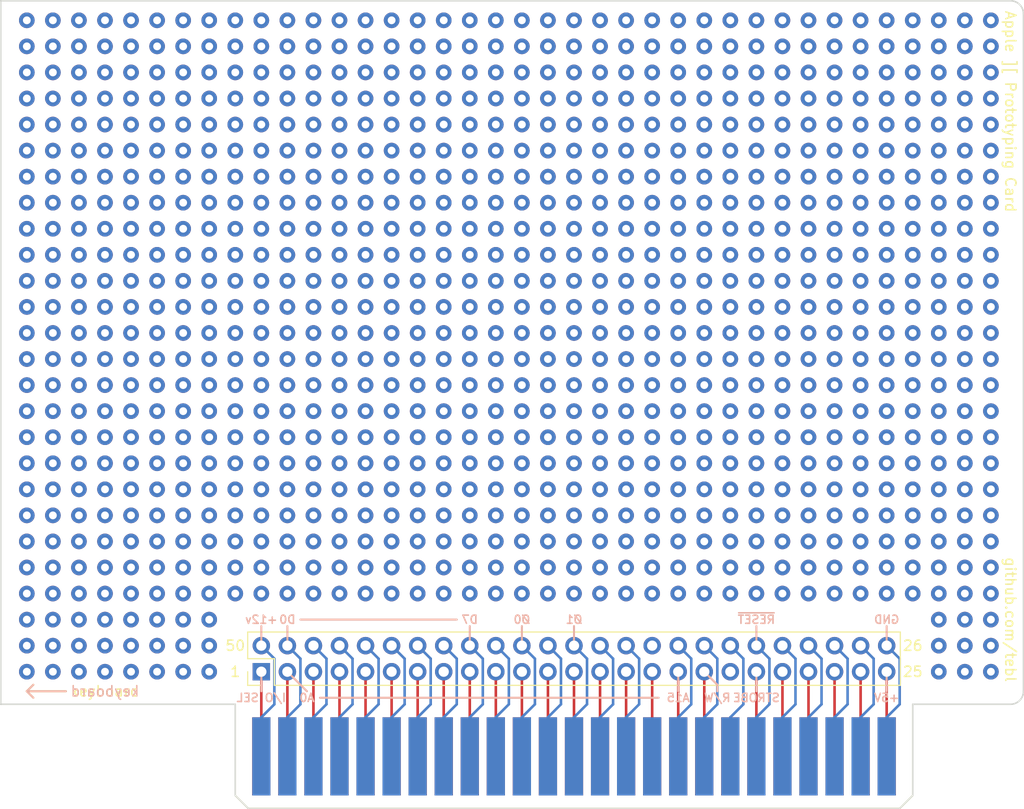
<source format=kicad_pcb>
(kicad_pcb (version 4) (host pcbnew 4.0.7)

  (general
    (links 48)
    (no_connects 0)
    (area 163.119999 63.424999 262.965001 142.315001)
    (thickness 1.6)
    (drawings 56)
    (tracks 120)
    (zones 0)
    (modules 40)
    (nets 49)
  )

  (page A4)
  (layers
    (0 F.Cu signal)
    (31 B.Cu signal)
    (32 B.Adhes user)
    (33 F.Adhes user)
    (34 B.Paste user)
    (35 F.Paste user)
    (36 B.SilkS user)
    (37 F.SilkS user)
    (38 B.Mask user)
    (39 F.Mask user)
    (40 Dwgs.User user)
    (41 Cmts.User user)
    (42 Eco1.User user)
    (43 Eco2.User user)
    (44 Edge.Cuts user)
    (45 Margin user)
    (46 B.CrtYd user)
    (47 F.CrtYd user)
    (48 B.Fab user)
    (49 F.Fab user)
  )

  (setup
    (last_trace_width 0.25)
    (trace_clearance 0.2)
    (zone_clearance 0.508)
    (zone_45_only no)
    (trace_min 0.2)
    (segment_width 0.2)
    (edge_width 0.15)
    (via_size 0.6)
    (via_drill 0.4)
    (via_min_size 0.4)
    (via_min_drill 0.3)
    (uvia_size 0.3)
    (uvia_drill 0.1)
    (uvias_allowed no)
    (uvia_min_size 0.2)
    (uvia_min_drill 0.1)
    (pcb_text_width 0.3)
    (pcb_text_size 1.5 1.5)
    (mod_edge_width 0.15)
    (mod_text_size 1 1)
    (mod_text_width 0.15)
    (pad_size 1.524 1.524)
    (pad_drill 0.762)
    (pad_to_mask_clearance 0.2)
    (aux_axis_origin 0 0)
    (visible_elements 7FFFFF7F)
    (pcbplotparams
      (layerselection 0x00030_80000001)
      (usegerberextensions false)
      (excludeedgelayer true)
      (linewidth 0.100000)
      (plotframeref false)
      (viasonmask false)
      (mode 1)
      (useauxorigin false)
      (hpglpennumber 1)
      (hpglpenspeed 20)
      (hpglpendiameter 15)
      (hpglpenoverlay 2)
      (psnegative false)
      (psa4output false)
      (plotreference true)
      (plotvalue true)
      (plotinvisibletext false)
      (padsonsilk false)
      (subtractmaskfromsilk false)
      (outputformat 1)
      (mirror false)
      (drillshape 1)
      (scaleselection 1)
      (outputdirectory ""))
  )

  (net 0 "")
  (net 1 /~I/O_SEL)
  (net 2 /A0)
  (net 3 /A1)
  (net 4 /A2)
  (net 5 /A3)
  (net 6 /A4)
  (net 7 /A5)
  (net 8 /A6)
  (net 9 /A7)
  (net 10 /A8)
  (net 11 /A9)
  (net 12 /A10)
  (net 13 /A11)
  (net 14 /A12)
  (net 15 /A13)
  (net 16 /A14)
  (net 17 /A15)
  (net 18 /R/~W)
  (net 19 /~STROBE)
  (net 20 /RDY)
  (net 21 /~DMA)
  (net 22 /INT_OUT)
  (net 23 /DMA_OUT)
  (net 24 /+5V)
  (net 25 /+12V)
  (net 26 /D0)
  (net 27 /D1)
  (net 28 /D2)
  (net 29 /D3)
  (net 30 /D4)
  (net 31 /D5)
  (net 32 /D6)
  (net 33 /D7)
  (net 34 /~DEVSEL)
  (net 35 /Phi0)
  (net 36 /~M2SEL)
  (net 37 /Phi1)
  (net 38 /Q3)
  (net 39 /7M)
  (net 40 /-5V)
  (net 41 /-12V)
  (net 42 /~INH)
  (net 43 /~RES)
  (net 44 /~IRQ)
  (net 45 /~NMI)
  (net 46 /INT_IN)
  (net 47 /DMA_IN)
  (net 48 /GND)

  (net_class Default "This is the default net class."
    (clearance 0.2)
    (trace_width 0.25)
    (via_dia 0.6)
    (via_drill 0.4)
    (uvia_dia 0.3)
    (uvia_drill 0.1)
    (add_net /+12V)
    (add_net /+5V)
    (add_net /-12V)
    (add_net /-5V)
    (add_net /7M)
    (add_net /A0)
    (add_net /A1)
    (add_net /A10)
    (add_net /A11)
    (add_net /A12)
    (add_net /A13)
    (add_net /A14)
    (add_net /A15)
    (add_net /A2)
    (add_net /A3)
    (add_net /A4)
    (add_net /A5)
    (add_net /A6)
    (add_net /A7)
    (add_net /A8)
    (add_net /A9)
    (add_net /D0)
    (add_net /D1)
    (add_net /D2)
    (add_net /D3)
    (add_net /D4)
    (add_net /D5)
    (add_net /D6)
    (add_net /D7)
    (add_net /DMA_IN)
    (add_net /DMA_OUT)
    (add_net /GND)
    (add_net /INT_IN)
    (add_net /INT_OUT)
    (add_net /Phi0)
    (add_net /Phi1)
    (add_net /Q3)
    (add_net /R/~W)
    (add_net /RDY)
    (add_net /~DEVSEL)
    (add_net /~DMA)
    (add_net /~I/O_SEL)
    (add_net /~INH)
    (add_net /~IRQ)
    (add_net /~M2SEL)
    (add_net /~NMI)
    (add_net /~RES)
    (add_net /~STROBE)
  )

  (module Apple2_bus:BUS_A2 (layer F.Cu) (tedit 5D5C643D) (tstamp 5D5C3DB6)
    (at 211.455 137.16)
    (descr "Connector Apple ][ Slot")
    (tags "CONN BUS APPLE ][")
    (path /5D5C71DD)
    (fp_text reference BUS1 (at -22.86 -7.62) (layer F.Fab)
      (effects (font (size 1 1) (thickness 0.15)))
    )
    (fp_text value A2_BUS (at 0 -7.62) (layer F.Fab)
      (effects (font (size 1 1) (thickness 0.15)))
    )
    (fp_line (start 40.64 3.81) (end 39.37 5.08) (layer F.SilkS) (width 0.15))
    (fp_line (start 39.37 5.08) (end -24.13 5.08) (layer F.SilkS) (width 0.15))
    (fp_line (start -24.13 5.08) (end -25.4 3.81) (layer F.SilkS) (width 0.15))
    (fp_line (start -25.4 3.81) (end -25.4 -5.08) (layer F.SilkS) (width 0.15))
    (fp_line (start 40.64 -5.08) (end 40.64 3.81) (layer F.SilkS) (width 0.15))
    (pad 1 connect rect (at -22.86 0 180) (size 1.778 7.62) (layers F.Cu F.Mask)
      (net 1 /~I/O_SEL))
    (pad 2 connect rect (at -20.32 0 180) (size 1.778 7.62) (layers F.Cu F.Mask)
      (net 2 /A0))
    (pad 3 connect rect (at -17.78 0 180) (size 1.778 7.62) (layers F.Cu F.Mask)
      (net 3 /A1))
    (pad 4 connect rect (at -15.24 0 180) (size 1.778 7.62) (layers F.Cu F.Mask)
      (net 4 /A2))
    (pad 5 connect rect (at -12.7 0 180) (size 1.778 7.62) (layers F.Cu F.Mask)
      (net 5 /A3))
    (pad 6 connect rect (at -10.16 0 180) (size 1.778 7.62) (layers F.Cu F.Mask)
      (net 6 /A4))
    (pad 7 connect rect (at -7.62 0 180) (size 1.778 7.62) (layers F.Cu F.Mask)
      (net 7 /A5))
    (pad 8 connect rect (at -5.08 0 180) (size 1.778 7.62) (layers F.Cu F.Mask)
      (net 8 /A6))
    (pad 9 connect rect (at -2.54 0 180) (size 1.778 7.62) (layers F.Cu F.Mask)
      (net 9 /A7))
    (pad 10 connect rect (at 0 0 180) (size 1.778 7.62) (layers F.Cu F.Mask)
      (net 10 /A8))
    (pad 11 connect rect (at 2.54 0 180) (size 1.778 7.62) (layers F.Cu F.Mask)
      (net 11 /A9))
    (pad 12 connect rect (at 5.08 0 180) (size 1.778 7.62) (layers F.Cu F.Mask)
      (net 12 /A10))
    (pad 13 connect rect (at 7.62 0 180) (size 1.778 7.62) (layers F.Cu F.Mask)
      (net 13 /A11))
    (pad 14 connect rect (at 10.16 0 180) (size 1.778 7.62) (layers F.Cu F.Mask)
      (net 14 /A12))
    (pad 15 connect rect (at 12.7 0 180) (size 1.778 7.62) (layers F.Cu F.Mask)
      (net 15 /A13))
    (pad 16 connect rect (at 15.24 0 180) (size 1.778 7.62) (layers F.Cu F.Mask)
      (net 16 /A14))
    (pad 17 connect rect (at 17.78 0 180) (size 1.778 7.62) (layers F.Cu F.Mask)
      (net 17 /A15))
    (pad 18 connect rect (at 20.32 0 180) (size 1.778 7.62) (layers F.Cu F.Mask)
      (net 18 /R/~W))
    (pad 19 connect rect (at 22.86 0 180) (size 1.778 7.62) (layers F.Cu F.Mask))
    (pad 20 connect rect (at 25.4 0 180) (size 1.778 7.62) (layers F.Cu F.Mask)
      (net 19 /~STROBE))
    (pad 21 connect rect (at 27.94 0 180) (size 1.778 7.62) (layers F.Cu F.Mask)
      (net 20 /RDY))
    (pad 22 connect rect (at 30.48 0 180) (size 1.778 7.62) (layers F.Cu F.Mask)
      (net 21 /~DMA))
    (pad 23 connect rect (at 33.02 0 180) (size 1.778 7.62) (layers F.Cu F.Mask)
      (net 22 /INT_OUT))
    (pad 24 connect rect (at 35.56 0 180) (size 1.778 7.62) (layers F.Cu F.Mask)
      (net 23 /DMA_OUT))
    (pad 25 connect rect (at 38.1 0 180) (size 1.778 7.62) (layers F.Cu F.Mask)
      (net 24 /+5V))
    (pad 50 connect rect (at -22.86 0 180) (size 1.778 7.62) (layers B.Cu B.Mask)
      (net 25 /+12V))
    (pad 49 connect rect (at -20.32 0 180) (size 1.778 7.62) (layers B.Cu B.Mask)
      (net 26 /D0))
    (pad 48 connect rect (at -17.78 0 180) (size 1.778 7.62) (layers B.Cu B.Mask)
      (net 27 /D1))
    (pad 47 connect rect (at -15.24 0 180) (size 1.778 7.62) (layers B.Cu B.Mask)
      (net 28 /D2))
    (pad 46 connect rect (at -12.7 0 180) (size 1.778 7.62) (layers B.Cu B.Mask)
      (net 29 /D3))
    (pad 45 connect rect (at -10.16 0 180) (size 1.778 7.62) (layers B.Cu B.Mask)
      (net 30 /D4))
    (pad 44 connect rect (at -7.62 0 180) (size 1.778 7.62) (layers B.Cu B.Mask)
      (net 31 /D5))
    (pad 43 connect rect (at -5.08 0 180) (size 1.778 7.62) (layers B.Cu B.Mask)
      (net 32 /D6))
    (pad 42 connect rect (at -2.54 0 180) (size 1.778 7.62) (layers B.Cu B.Mask)
      (net 33 /D7))
    (pad 41 connect rect (at 0 0 180) (size 1.778 7.62) (layers B.Cu B.Mask)
      (net 34 /~DEVSEL))
    (pad 40 connect rect (at 2.54 0 180) (size 1.778 7.62) (layers B.Cu B.Mask)
      (net 35 /Phi0))
    (pad 39 connect rect (at 5.08 0 180) (size 1.778 7.62) (layers B.Cu B.Mask)
      (net 36 /~M2SEL))
    (pad 38 connect rect (at 7.62 0 180) (size 1.778 7.62) (layers B.Cu B.Mask)
      (net 37 /Phi1))
    (pad 37 connect rect (at 10.16 0 180) (size 1.778 7.62) (layers B.Cu B.Mask)
      (net 38 /Q3))
    (pad 36 connect rect (at 12.7 0 180) (size 1.778 7.62) (layers B.Cu B.Mask)
      (net 39 /7M))
    (pad 35 connect rect (at 15.24 0 180) (size 1.778 7.62) (layers B.Cu B.Mask))
    (pad 34 connect rect (at 17.78 0 180) (size 1.778 7.62) (layers B.Cu B.Mask)
      (net 40 /-5V))
    (pad 33 connect rect (at 20.32 0 180) (size 1.778 7.62) (layers B.Cu B.Mask)
      (net 41 /-12V))
    (pad 32 connect rect (at 22.86 0 180) (size 1.778 7.62) (layers B.Cu B.Mask)
      (net 42 /~INH))
    (pad 31 connect rect (at 25.4 0 180) (size 1.778 7.62) (layers B.Cu B.Mask)
      (net 43 /~RES))
    (pad 30 connect rect (at 27.94 0 180) (size 1.778 7.62) (layers B.Cu B.Mask)
      (net 44 /~IRQ))
    (pad 29 connect rect (at 30.48 0 180) (size 1.778 7.62) (layers B.Cu B.Mask)
      (net 45 /~NMI))
    (pad 28 connect rect (at 33.02 0 180) (size 1.778 7.62) (layers B.Cu B.Mask)
      (net 46 /INT_IN))
    (pad 27 connect rect (at 35.56 0 180) (size 1.778 7.62) (layers B.Cu B.Mask)
      (net 47 /DMA_IN))
    (pad 26 connect rect (at 38.1 0 180) (size 1.778 7.62) (layers B.Cu B.Mask)
      (net 48 /GND))
  )

  (module Prototype:prototype_26 (layer F.Cu) (tedit 5D5C5DD7) (tstamp 5D5C5F13)
    (at 165.735 128.905)
    (path /5D5C9F91)
    (fp_text reference P1 (at 0 5.08) (layer F.Fab) hide
      (effects (font (size 1 1) (thickness 0.15)))
    )
    (fp_text value Prototype_26 (at 0 2.54) (layer F.Fab) hide
      (effects (font (size 1 1) (thickness 0.15)))
    )
    (pad 1 thru_hole circle (at 0 0) (size 1.524 1.524) (drill 0.762) (layers *.Cu *.Mask))
    (pad 2 thru_hole circle (at 0 -2.54) (size 1.524 1.524) (drill 0.762) (layers *.Cu *.Mask))
    (pad 3 thru_hole circle (at 0 -5.08) (size 1.524 1.524) (drill 0.762) (layers *.Cu *.Mask))
    (pad 4 thru_hole circle (at 0 -7.62) (size 1.524 1.524) (drill 0.762) (layers *.Cu *.Mask))
    (pad 5 thru_hole circle (at 0 -10.16) (size 1.524 1.524) (drill 0.762) (layers *.Cu *.Mask))
    (pad 6 thru_hole circle (at 0 -12.7) (size 1.524 1.524) (drill 0.762) (layers *.Cu *.Mask))
    (pad 7 thru_hole circle (at 0 -15.24) (size 1.524 1.524) (drill 0.762) (layers *.Cu *.Mask))
    (pad 8 thru_hole circle (at 0 -17.78) (size 1.524 1.524) (drill 0.762) (layers *.Cu *.Mask))
    (pad 9 thru_hole circle (at 0 -20.32) (size 1.524 1.524) (drill 0.762) (layers *.Cu *.Mask))
    (pad 10 thru_hole circle (at 0 -22.86) (size 1.524 1.524) (drill 0.762) (layers *.Cu *.Mask))
    (pad 11 thru_hole circle (at 0 -25.4) (size 1.524 1.524) (drill 0.762) (layers *.Cu *.Mask))
    (pad 12 thru_hole circle (at 0 -27.94) (size 1.524 1.524) (drill 0.762) (layers *.Cu *.Mask))
    (pad 13 thru_hole circle (at 0 -30.48) (size 1.524 1.524) (drill 0.762) (layers *.Cu *.Mask))
    (pad 14 thru_hole circle (at 0 -33.02) (size 1.524 1.524) (drill 0.762) (layers *.Cu *.Mask))
    (pad 15 thru_hole circle (at 0 -35.56) (size 1.524 1.524) (drill 0.762) (layers *.Cu *.Mask))
    (pad 16 thru_hole circle (at 0 -38.1) (size 1.524 1.524) (drill 0.762) (layers *.Cu *.Mask))
    (pad 17 thru_hole circle (at 0 -40.64) (size 1.524 1.524) (drill 0.762) (layers *.Cu *.Mask))
    (pad 18 thru_hole circle (at 0 -43.18) (size 1.524 1.524) (drill 0.762) (layers *.Cu *.Mask))
    (pad 19 thru_hole circle (at 0 -45.72) (size 1.524 1.524) (drill 0.762) (layers *.Cu *.Mask))
    (pad 20 thru_hole circle (at 0 -48.26) (size 1.524 1.524) (drill 0.762) (layers *.Cu *.Mask))
    (pad 21 thru_hole circle (at 0 -50.8) (size 1.524 1.524) (drill 0.762) (layers *.Cu *.Mask))
    (pad 22 thru_hole circle (at 0 -53.34) (size 1.524 1.524) (drill 0.762) (layers *.Cu *.Mask))
    (pad 23 thru_hole circle (at 0 -55.88) (size 1.524 1.524) (drill 0.762) (layers *.Cu *.Mask))
    (pad 24 thru_hole circle (at 0 -58.42) (size 1.524 1.524) (drill 0.762) (layers *.Cu *.Mask))
    (pad 25 thru_hole circle (at 0 -60.96) (size 1.524 1.524) (drill 0.762) (layers *.Cu *.Mask))
    (pad 26 thru_hole circle (at 0 -63.5) (size 1.524 1.524) (drill 0.762) (layers *.Cu *.Mask))
  )

  (module Prototype:prototype_26 (layer F.Cu) (tedit 5D5C5DD7) (tstamp 5D5C5FE1)
    (at 170.815 128.905)
    (path /5D5CA892)
    (fp_text reference P3 (at 0 5.08) (layer F.Fab) hide
      (effects (font (size 1 1) (thickness 0.15)))
    )
    (fp_text value Prototype_26 (at 0 2.54) (layer F.Fab) hide
      (effects (font (size 1 1) (thickness 0.15)))
    )
    (pad 1 thru_hole circle (at 0 0) (size 1.524 1.524) (drill 0.762) (layers *.Cu *.Mask))
    (pad 2 thru_hole circle (at 0 -2.54) (size 1.524 1.524) (drill 0.762) (layers *.Cu *.Mask))
    (pad 3 thru_hole circle (at 0 -5.08) (size 1.524 1.524) (drill 0.762) (layers *.Cu *.Mask))
    (pad 4 thru_hole circle (at 0 -7.62) (size 1.524 1.524) (drill 0.762) (layers *.Cu *.Mask))
    (pad 5 thru_hole circle (at 0 -10.16) (size 1.524 1.524) (drill 0.762) (layers *.Cu *.Mask))
    (pad 6 thru_hole circle (at 0 -12.7) (size 1.524 1.524) (drill 0.762) (layers *.Cu *.Mask))
    (pad 7 thru_hole circle (at 0 -15.24) (size 1.524 1.524) (drill 0.762) (layers *.Cu *.Mask))
    (pad 8 thru_hole circle (at 0 -17.78) (size 1.524 1.524) (drill 0.762) (layers *.Cu *.Mask))
    (pad 9 thru_hole circle (at 0 -20.32) (size 1.524 1.524) (drill 0.762) (layers *.Cu *.Mask))
    (pad 10 thru_hole circle (at 0 -22.86) (size 1.524 1.524) (drill 0.762) (layers *.Cu *.Mask))
    (pad 11 thru_hole circle (at 0 -25.4) (size 1.524 1.524) (drill 0.762) (layers *.Cu *.Mask))
    (pad 12 thru_hole circle (at 0 -27.94) (size 1.524 1.524) (drill 0.762) (layers *.Cu *.Mask))
    (pad 13 thru_hole circle (at 0 -30.48) (size 1.524 1.524) (drill 0.762) (layers *.Cu *.Mask))
    (pad 14 thru_hole circle (at 0 -33.02) (size 1.524 1.524) (drill 0.762) (layers *.Cu *.Mask))
    (pad 15 thru_hole circle (at 0 -35.56) (size 1.524 1.524) (drill 0.762) (layers *.Cu *.Mask))
    (pad 16 thru_hole circle (at 0 -38.1) (size 1.524 1.524) (drill 0.762) (layers *.Cu *.Mask))
    (pad 17 thru_hole circle (at 0 -40.64) (size 1.524 1.524) (drill 0.762) (layers *.Cu *.Mask))
    (pad 18 thru_hole circle (at 0 -43.18) (size 1.524 1.524) (drill 0.762) (layers *.Cu *.Mask))
    (pad 19 thru_hole circle (at 0 -45.72) (size 1.524 1.524) (drill 0.762) (layers *.Cu *.Mask))
    (pad 20 thru_hole circle (at 0 -48.26) (size 1.524 1.524) (drill 0.762) (layers *.Cu *.Mask))
    (pad 21 thru_hole circle (at 0 -50.8) (size 1.524 1.524) (drill 0.762) (layers *.Cu *.Mask))
    (pad 22 thru_hole circle (at 0 -53.34) (size 1.524 1.524) (drill 0.762) (layers *.Cu *.Mask))
    (pad 23 thru_hole circle (at 0 -55.88) (size 1.524 1.524) (drill 0.762) (layers *.Cu *.Mask))
    (pad 24 thru_hole circle (at 0 -58.42) (size 1.524 1.524) (drill 0.762) (layers *.Cu *.Mask))
    (pad 25 thru_hole circle (at 0 -60.96) (size 1.524 1.524) (drill 0.762) (layers *.Cu *.Mask))
    (pad 26 thru_hole circle (at 0 -63.5) (size 1.524 1.524) (drill 0.762) (layers *.Cu *.Mask))
  )

  (module Prototype:prototype_26 (layer F.Cu) (tedit 5D5C5DD7) (tstamp 5D5C5FFF)
    (at 173.355 128.905)
    (path /5D5CA8A3)
    (fp_text reference P4 (at 0 5.08) (layer F.Fab) hide
      (effects (font (size 1 1) (thickness 0.15)))
    )
    (fp_text value Prototype_26 (at 0 2.54) (layer F.Fab) hide
      (effects (font (size 1 1) (thickness 0.15)))
    )
    (pad 1 thru_hole circle (at 0 0) (size 1.524 1.524) (drill 0.762) (layers *.Cu *.Mask))
    (pad 2 thru_hole circle (at 0 -2.54) (size 1.524 1.524) (drill 0.762) (layers *.Cu *.Mask))
    (pad 3 thru_hole circle (at 0 -5.08) (size 1.524 1.524) (drill 0.762) (layers *.Cu *.Mask))
    (pad 4 thru_hole circle (at 0 -7.62) (size 1.524 1.524) (drill 0.762) (layers *.Cu *.Mask))
    (pad 5 thru_hole circle (at 0 -10.16) (size 1.524 1.524) (drill 0.762) (layers *.Cu *.Mask))
    (pad 6 thru_hole circle (at 0 -12.7) (size 1.524 1.524) (drill 0.762) (layers *.Cu *.Mask))
    (pad 7 thru_hole circle (at 0 -15.24) (size 1.524 1.524) (drill 0.762) (layers *.Cu *.Mask))
    (pad 8 thru_hole circle (at 0 -17.78) (size 1.524 1.524) (drill 0.762) (layers *.Cu *.Mask))
    (pad 9 thru_hole circle (at 0 -20.32) (size 1.524 1.524) (drill 0.762) (layers *.Cu *.Mask))
    (pad 10 thru_hole circle (at 0 -22.86) (size 1.524 1.524) (drill 0.762) (layers *.Cu *.Mask))
    (pad 11 thru_hole circle (at 0 -25.4) (size 1.524 1.524) (drill 0.762) (layers *.Cu *.Mask))
    (pad 12 thru_hole circle (at 0 -27.94) (size 1.524 1.524) (drill 0.762) (layers *.Cu *.Mask))
    (pad 13 thru_hole circle (at 0 -30.48) (size 1.524 1.524) (drill 0.762) (layers *.Cu *.Mask))
    (pad 14 thru_hole circle (at 0 -33.02) (size 1.524 1.524) (drill 0.762) (layers *.Cu *.Mask))
    (pad 15 thru_hole circle (at 0 -35.56) (size 1.524 1.524) (drill 0.762) (layers *.Cu *.Mask))
    (pad 16 thru_hole circle (at 0 -38.1) (size 1.524 1.524) (drill 0.762) (layers *.Cu *.Mask))
    (pad 17 thru_hole circle (at 0 -40.64) (size 1.524 1.524) (drill 0.762) (layers *.Cu *.Mask))
    (pad 18 thru_hole circle (at 0 -43.18) (size 1.524 1.524) (drill 0.762) (layers *.Cu *.Mask))
    (pad 19 thru_hole circle (at 0 -45.72) (size 1.524 1.524) (drill 0.762) (layers *.Cu *.Mask))
    (pad 20 thru_hole circle (at 0 -48.26) (size 1.524 1.524) (drill 0.762) (layers *.Cu *.Mask))
    (pad 21 thru_hole circle (at 0 -50.8) (size 1.524 1.524) (drill 0.762) (layers *.Cu *.Mask))
    (pad 22 thru_hole circle (at 0 -53.34) (size 1.524 1.524) (drill 0.762) (layers *.Cu *.Mask))
    (pad 23 thru_hole circle (at 0 -55.88) (size 1.524 1.524) (drill 0.762) (layers *.Cu *.Mask))
    (pad 24 thru_hole circle (at 0 -58.42) (size 1.524 1.524) (drill 0.762) (layers *.Cu *.Mask))
    (pad 25 thru_hole circle (at 0 -60.96) (size 1.524 1.524) (drill 0.762) (layers *.Cu *.Mask))
    (pad 26 thru_hole circle (at 0 -63.5) (size 1.524 1.524) (drill 0.762) (layers *.Cu *.Mask))
  )

  (module Prototype:prototype_26 (layer F.Cu) (tedit 5D5C5DD7) (tstamp 5D5C6233)
    (at 168.275 128.905)
    (path /5D5CA881)
    (fp_text reference P2 (at 0 5.08) (layer F.Fab) hide
      (effects (font (size 1 1) (thickness 0.15)))
    )
    (fp_text value Prototype_26 (at 0 2.54) (layer F.Fab) hide
      (effects (font (size 1 1) (thickness 0.15)))
    )
    (pad 1 thru_hole circle (at 0 0) (size 1.524 1.524) (drill 0.762) (layers *.Cu *.Mask))
    (pad 2 thru_hole circle (at 0 -2.54) (size 1.524 1.524) (drill 0.762) (layers *.Cu *.Mask))
    (pad 3 thru_hole circle (at 0 -5.08) (size 1.524 1.524) (drill 0.762) (layers *.Cu *.Mask))
    (pad 4 thru_hole circle (at 0 -7.62) (size 1.524 1.524) (drill 0.762) (layers *.Cu *.Mask))
    (pad 5 thru_hole circle (at 0 -10.16) (size 1.524 1.524) (drill 0.762) (layers *.Cu *.Mask))
    (pad 6 thru_hole circle (at 0 -12.7) (size 1.524 1.524) (drill 0.762) (layers *.Cu *.Mask))
    (pad 7 thru_hole circle (at 0 -15.24) (size 1.524 1.524) (drill 0.762) (layers *.Cu *.Mask))
    (pad 8 thru_hole circle (at 0 -17.78) (size 1.524 1.524) (drill 0.762) (layers *.Cu *.Mask))
    (pad 9 thru_hole circle (at 0 -20.32) (size 1.524 1.524) (drill 0.762) (layers *.Cu *.Mask))
    (pad 10 thru_hole circle (at 0 -22.86) (size 1.524 1.524) (drill 0.762) (layers *.Cu *.Mask))
    (pad 11 thru_hole circle (at 0 -25.4) (size 1.524 1.524) (drill 0.762) (layers *.Cu *.Mask))
    (pad 12 thru_hole circle (at 0 -27.94) (size 1.524 1.524) (drill 0.762) (layers *.Cu *.Mask))
    (pad 13 thru_hole circle (at 0 -30.48) (size 1.524 1.524) (drill 0.762) (layers *.Cu *.Mask))
    (pad 14 thru_hole circle (at 0 -33.02) (size 1.524 1.524) (drill 0.762) (layers *.Cu *.Mask))
    (pad 15 thru_hole circle (at 0 -35.56) (size 1.524 1.524) (drill 0.762) (layers *.Cu *.Mask))
    (pad 16 thru_hole circle (at 0 -38.1) (size 1.524 1.524) (drill 0.762) (layers *.Cu *.Mask))
    (pad 17 thru_hole circle (at 0 -40.64) (size 1.524 1.524) (drill 0.762) (layers *.Cu *.Mask))
    (pad 18 thru_hole circle (at 0 -43.18) (size 1.524 1.524) (drill 0.762) (layers *.Cu *.Mask))
    (pad 19 thru_hole circle (at 0 -45.72) (size 1.524 1.524) (drill 0.762) (layers *.Cu *.Mask))
    (pad 20 thru_hole circle (at 0 -48.26) (size 1.524 1.524) (drill 0.762) (layers *.Cu *.Mask))
    (pad 21 thru_hole circle (at 0 -50.8) (size 1.524 1.524) (drill 0.762) (layers *.Cu *.Mask))
    (pad 22 thru_hole circle (at 0 -53.34) (size 1.524 1.524) (drill 0.762) (layers *.Cu *.Mask))
    (pad 23 thru_hole circle (at 0 -55.88) (size 1.524 1.524) (drill 0.762) (layers *.Cu *.Mask))
    (pad 24 thru_hole circle (at 0 -58.42) (size 1.524 1.524) (drill 0.762) (layers *.Cu *.Mask))
    (pad 25 thru_hole circle (at 0 -60.96) (size 1.524 1.524) (drill 0.762) (layers *.Cu *.Mask))
    (pad 26 thru_hole circle (at 0 -63.5) (size 1.524 1.524) (drill 0.762) (layers *.Cu *.Mask))
  )

  (module Prototype:prototype_26 (layer F.Cu) (tedit 5D5C5DD7) (tstamp 5D5C626D)
    (at 175.895 128.905)
    (path /5D5CA8B4)
    (fp_text reference P5 (at 0 5.08) (layer F.Fab) hide
      (effects (font (size 1 1) (thickness 0.15)))
    )
    (fp_text value Prototype_26 (at 0 2.54) (layer F.Fab) hide
      (effects (font (size 1 1) (thickness 0.15)))
    )
    (pad 1 thru_hole circle (at 0 0) (size 1.524 1.524) (drill 0.762) (layers *.Cu *.Mask))
    (pad 2 thru_hole circle (at 0 -2.54) (size 1.524 1.524) (drill 0.762) (layers *.Cu *.Mask))
    (pad 3 thru_hole circle (at 0 -5.08) (size 1.524 1.524) (drill 0.762) (layers *.Cu *.Mask))
    (pad 4 thru_hole circle (at 0 -7.62) (size 1.524 1.524) (drill 0.762) (layers *.Cu *.Mask))
    (pad 5 thru_hole circle (at 0 -10.16) (size 1.524 1.524) (drill 0.762) (layers *.Cu *.Mask))
    (pad 6 thru_hole circle (at 0 -12.7) (size 1.524 1.524) (drill 0.762) (layers *.Cu *.Mask))
    (pad 7 thru_hole circle (at 0 -15.24) (size 1.524 1.524) (drill 0.762) (layers *.Cu *.Mask))
    (pad 8 thru_hole circle (at 0 -17.78) (size 1.524 1.524) (drill 0.762) (layers *.Cu *.Mask))
    (pad 9 thru_hole circle (at 0 -20.32) (size 1.524 1.524) (drill 0.762) (layers *.Cu *.Mask))
    (pad 10 thru_hole circle (at 0 -22.86) (size 1.524 1.524) (drill 0.762) (layers *.Cu *.Mask))
    (pad 11 thru_hole circle (at 0 -25.4) (size 1.524 1.524) (drill 0.762) (layers *.Cu *.Mask))
    (pad 12 thru_hole circle (at 0 -27.94) (size 1.524 1.524) (drill 0.762) (layers *.Cu *.Mask))
    (pad 13 thru_hole circle (at 0 -30.48) (size 1.524 1.524) (drill 0.762) (layers *.Cu *.Mask))
    (pad 14 thru_hole circle (at 0 -33.02) (size 1.524 1.524) (drill 0.762) (layers *.Cu *.Mask))
    (pad 15 thru_hole circle (at 0 -35.56) (size 1.524 1.524) (drill 0.762) (layers *.Cu *.Mask))
    (pad 16 thru_hole circle (at 0 -38.1) (size 1.524 1.524) (drill 0.762) (layers *.Cu *.Mask))
    (pad 17 thru_hole circle (at 0 -40.64) (size 1.524 1.524) (drill 0.762) (layers *.Cu *.Mask))
    (pad 18 thru_hole circle (at 0 -43.18) (size 1.524 1.524) (drill 0.762) (layers *.Cu *.Mask))
    (pad 19 thru_hole circle (at 0 -45.72) (size 1.524 1.524) (drill 0.762) (layers *.Cu *.Mask))
    (pad 20 thru_hole circle (at 0 -48.26) (size 1.524 1.524) (drill 0.762) (layers *.Cu *.Mask))
    (pad 21 thru_hole circle (at 0 -50.8) (size 1.524 1.524) (drill 0.762) (layers *.Cu *.Mask))
    (pad 22 thru_hole circle (at 0 -53.34) (size 1.524 1.524) (drill 0.762) (layers *.Cu *.Mask))
    (pad 23 thru_hole circle (at 0 -55.88) (size 1.524 1.524) (drill 0.762) (layers *.Cu *.Mask))
    (pad 24 thru_hole circle (at 0 -58.42) (size 1.524 1.524) (drill 0.762) (layers *.Cu *.Mask))
    (pad 25 thru_hole circle (at 0 -60.96) (size 1.524 1.524) (drill 0.762) (layers *.Cu *.Mask))
    (pad 26 thru_hole circle (at 0 -63.5) (size 1.524 1.524) (drill 0.762) (layers *.Cu *.Mask))
  )

  (module Prototype:prototype_26 (layer F.Cu) (tedit 5D5C5DD7) (tstamp 5D5C628B)
    (at 178.435 128.905)
    (path /5D5CA8C5)
    (fp_text reference P6 (at 0 5.08) (layer F.Fab) hide
      (effects (font (size 1 1) (thickness 0.15)))
    )
    (fp_text value Prototype_26 (at 0 2.54) (layer F.Fab) hide
      (effects (font (size 1 1) (thickness 0.15)))
    )
    (pad 1 thru_hole circle (at 0 0) (size 1.524 1.524) (drill 0.762) (layers *.Cu *.Mask))
    (pad 2 thru_hole circle (at 0 -2.54) (size 1.524 1.524) (drill 0.762) (layers *.Cu *.Mask))
    (pad 3 thru_hole circle (at 0 -5.08) (size 1.524 1.524) (drill 0.762) (layers *.Cu *.Mask))
    (pad 4 thru_hole circle (at 0 -7.62) (size 1.524 1.524) (drill 0.762) (layers *.Cu *.Mask))
    (pad 5 thru_hole circle (at 0 -10.16) (size 1.524 1.524) (drill 0.762) (layers *.Cu *.Mask))
    (pad 6 thru_hole circle (at 0 -12.7) (size 1.524 1.524) (drill 0.762) (layers *.Cu *.Mask))
    (pad 7 thru_hole circle (at 0 -15.24) (size 1.524 1.524) (drill 0.762) (layers *.Cu *.Mask))
    (pad 8 thru_hole circle (at 0 -17.78) (size 1.524 1.524) (drill 0.762) (layers *.Cu *.Mask))
    (pad 9 thru_hole circle (at 0 -20.32) (size 1.524 1.524) (drill 0.762) (layers *.Cu *.Mask))
    (pad 10 thru_hole circle (at 0 -22.86) (size 1.524 1.524) (drill 0.762) (layers *.Cu *.Mask))
    (pad 11 thru_hole circle (at 0 -25.4) (size 1.524 1.524) (drill 0.762) (layers *.Cu *.Mask))
    (pad 12 thru_hole circle (at 0 -27.94) (size 1.524 1.524) (drill 0.762) (layers *.Cu *.Mask))
    (pad 13 thru_hole circle (at 0 -30.48) (size 1.524 1.524) (drill 0.762) (layers *.Cu *.Mask))
    (pad 14 thru_hole circle (at 0 -33.02) (size 1.524 1.524) (drill 0.762) (layers *.Cu *.Mask))
    (pad 15 thru_hole circle (at 0 -35.56) (size 1.524 1.524) (drill 0.762) (layers *.Cu *.Mask))
    (pad 16 thru_hole circle (at 0 -38.1) (size 1.524 1.524) (drill 0.762) (layers *.Cu *.Mask))
    (pad 17 thru_hole circle (at 0 -40.64) (size 1.524 1.524) (drill 0.762) (layers *.Cu *.Mask))
    (pad 18 thru_hole circle (at 0 -43.18) (size 1.524 1.524) (drill 0.762) (layers *.Cu *.Mask))
    (pad 19 thru_hole circle (at 0 -45.72) (size 1.524 1.524) (drill 0.762) (layers *.Cu *.Mask))
    (pad 20 thru_hole circle (at 0 -48.26) (size 1.524 1.524) (drill 0.762) (layers *.Cu *.Mask))
    (pad 21 thru_hole circle (at 0 -50.8) (size 1.524 1.524) (drill 0.762) (layers *.Cu *.Mask))
    (pad 22 thru_hole circle (at 0 -53.34) (size 1.524 1.524) (drill 0.762) (layers *.Cu *.Mask))
    (pad 23 thru_hole circle (at 0 -55.88) (size 1.524 1.524) (drill 0.762) (layers *.Cu *.Mask))
    (pad 24 thru_hole circle (at 0 -58.42) (size 1.524 1.524) (drill 0.762) (layers *.Cu *.Mask))
    (pad 25 thru_hole circle (at 0 -60.96) (size 1.524 1.524) (drill 0.762) (layers *.Cu *.Mask))
    (pad 26 thru_hole circle (at 0 -63.5) (size 1.524 1.524) (drill 0.762) (layers *.Cu *.Mask))
  )

  (module Prototype:prototype_26 (layer F.Cu) (tedit 5D5C5DD7) (tstamp 5D5C62A9)
    (at 180.975 128.905)
    (path /5D5CA8D6)
    (fp_text reference P7 (at 0 5.08) (layer F.Fab) hide
      (effects (font (size 1 1) (thickness 0.15)))
    )
    (fp_text value Prototype_26 (at 0 2.54) (layer F.Fab) hide
      (effects (font (size 1 1) (thickness 0.15)))
    )
    (pad 1 thru_hole circle (at 0 0) (size 1.524 1.524) (drill 0.762) (layers *.Cu *.Mask))
    (pad 2 thru_hole circle (at 0 -2.54) (size 1.524 1.524) (drill 0.762) (layers *.Cu *.Mask))
    (pad 3 thru_hole circle (at 0 -5.08) (size 1.524 1.524) (drill 0.762) (layers *.Cu *.Mask))
    (pad 4 thru_hole circle (at 0 -7.62) (size 1.524 1.524) (drill 0.762) (layers *.Cu *.Mask))
    (pad 5 thru_hole circle (at 0 -10.16) (size 1.524 1.524) (drill 0.762) (layers *.Cu *.Mask))
    (pad 6 thru_hole circle (at 0 -12.7) (size 1.524 1.524) (drill 0.762) (layers *.Cu *.Mask))
    (pad 7 thru_hole circle (at 0 -15.24) (size 1.524 1.524) (drill 0.762) (layers *.Cu *.Mask))
    (pad 8 thru_hole circle (at 0 -17.78) (size 1.524 1.524) (drill 0.762) (layers *.Cu *.Mask))
    (pad 9 thru_hole circle (at 0 -20.32) (size 1.524 1.524) (drill 0.762) (layers *.Cu *.Mask))
    (pad 10 thru_hole circle (at 0 -22.86) (size 1.524 1.524) (drill 0.762) (layers *.Cu *.Mask))
    (pad 11 thru_hole circle (at 0 -25.4) (size 1.524 1.524) (drill 0.762) (layers *.Cu *.Mask))
    (pad 12 thru_hole circle (at 0 -27.94) (size 1.524 1.524) (drill 0.762) (layers *.Cu *.Mask))
    (pad 13 thru_hole circle (at 0 -30.48) (size 1.524 1.524) (drill 0.762) (layers *.Cu *.Mask))
    (pad 14 thru_hole circle (at 0 -33.02) (size 1.524 1.524) (drill 0.762) (layers *.Cu *.Mask))
    (pad 15 thru_hole circle (at 0 -35.56) (size 1.524 1.524) (drill 0.762) (layers *.Cu *.Mask))
    (pad 16 thru_hole circle (at 0 -38.1) (size 1.524 1.524) (drill 0.762) (layers *.Cu *.Mask))
    (pad 17 thru_hole circle (at 0 -40.64) (size 1.524 1.524) (drill 0.762) (layers *.Cu *.Mask))
    (pad 18 thru_hole circle (at 0 -43.18) (size 1.524 1.524) (drill 0.762) (layers *.Cu *.Mask))
    (pad 19 thru_hole circle (at 0 -45.72) (size 1.524 1.524) (drill 0.762) (layers *.Cu *.Mask))
    (pad 20 thru_hole circle (at 0 -48.26) (size 1.524 1.524) (drill 0.762) (layers *.Cu *.Mask))
    (pad 21 thru_hole circle (at 0 -50.8) (size 1.524 1.524) (drill 0.762) (layers *.Cu *.Mask))
    (pad 22 thru_hole circle (at 0 -53.34) (size 1.524 1.524) (drill 0.762) (layers *.Cu *.Mask))
    (pad 23 thru_hole circle (at 0 -55.88) (size 1.524 1.524) (drill 0.762) (layers *.Cu *.Mask))
    (pad 24 thru_hole circle (at 0 -58.42) (size 1.524 1.524) (drill 0.762) (layers *.Cu *.Mask))
    (pad 25 thru_hole circle (at 0 -60.96) (size 1.524 1.524) (drill 0.762) (layers *.Cu *.Mask))
    (pad 26 thru_hole circle (at 0 -63.5) (size 1.524 1.524) (drill 0.762) (layers *.Cu *.Mask))
  )

  (module Prototype:prototype_26 (layer F.Cu) (tedit 5D5C5DD7) (tstamp 5D5C63F3)
    (at 183.515 128.905)
    (path /5D5CAAB8)
    (fp_text reference P8 (at 0 5.08) (layer F.Fab) hide
      (effects (font (size 1 1) (thickness 0.15)))
    )
    (fp_text value Prototype_26 (at 0 2.54) (layer F.Fab) hide
      (effects (font (size 1 1) (thickness 0.15)))
    )
    (pad 1 thru_hole circle (at 0 0) (size 1.524 1.524) (drill 0.762) (layers *.Cu *.Mask))
    (pad 2 thru_hole circle (at 0 -2.54) (size 1.524 1.524) (drill 0.762) (layers *.Cu *.Mask))
    (pad 3 thru_hole circle (at 0 -5.08) (size 1.524 1.524) (drill 0.762) (layers *.Cu *.Mask))
    (pad 4 thru_hole circle (at 0 -7.62) (size 1.524 1.524) (drill 0.762) (layers *.Cu *.Mask))
    (pad 5 thru_hole circle (at 0 -10.16) (size 1.524 1.524) (drill 0.762) (layers *.Cu *.Mask))
    (pad 6 thru_hole circle (at 0 -12.7) (size 1.524 1.524) (drill 0.762) (layers *.Cu *.Mask))
    (pad 7 thru_hole circle (at 0 -15.24) (size 1.524 1.524) (drill 0.762) (layers *.Cu *.Mask))
    (pad 8 thru_hole circle (at 0 -17.78) (size 1.524 1.524) (drill 0.762) (layers *.Cu *.Mask))
    (pad 9 thru_hole circle (at 0 -20.32) (size 1.524 1.524) (drill 0.762) (layers *.Cu *.Mask))
    (pad 10 thru_hole circle (at 0 -22.86) (size 1.524 1.524) (drill 0.762) (layers *.Cu *.Mask))
    (pad 11 thru_hole circle (at 0 -25.4) (size 1.524 1.524) (drill 0.762) (layers *.Cu *.Mask))
    (pad 12 thru_hole circle (at 0 -27.94) (size 1.524 1.524) (drill 0.762) (layers *.Cu *.Mask))
    (pad 13 thru_hole circle (at 0 -30.48) (size 1.524 1.524) (drill 0.762) (layers *.Cu *.Mask))
    (pad 14 thru_hole circle (at 0 -33.02) (size 1.524 1.524) (drill 0.762) (layers *.Cu *.Mask))
    (pad 15 thru_hole circle (at 0 -35.56) (size 1.524 1.524) (drill 0.762) (layers *.Cu *.Mask))
    (pad 16 thru_hole circle (at 0 -38.1) (size 1.524 1.524) (drill 0.762) (layers *.Cu *.Mask))
    (pad 17 thru_hole circle (at 0 -40.64) (size 1.524 1.524) (drill 0.762) (layers *.Cu *.Mask))
    (pad 18 thru_hole circle (at 0 -43.18) (size 1.524 1.524) (drill 0.762) (layers *.Cu *.Mask))
    (pad 19 thru_hole circle (at 0 -45.72) (size 1.524 1.524) (drill 0.762) (layers *.Cu *.Mask))
    (pad 20 thru_hole circle (at 0 -48.26) (size 1.524 1.524) (drill 0.762) (layers *.Cu *.Mask))
    (pad 21 thru_hole circle (at 0 -50.8) (size 1.524 1.524) (drill 0.762) (layers *.Cu *.Mask))
    (pad 22 thru_hole circle (at 0 -53.34) (size 1.524 1.524) (drill 0.762) (layers *.Cu *.Mask))
    (pad 23 thru_hole circle (at 0 -55.88) (size 1.524 1.524) (drill 0.762) (layers *.Cu *.Mask))
    (pad 24 thru_hole circle (at 0 -58.42) (size 1.524 1.524) (drill 0.762) (layers *.Cu *.Mask))
    (pad 25 thru_hole circle (at 0 -60.96) (size 1.524 1.524) (drill 0.762) (layers *.Cu *.Mask))
    (pad 26 thru_hole circle (at 0 -63.5) (size 1.524 1.524) (drill 0.762) (layers *.Cu *.Mask))
  )

  (module Prototype:prototype_23 (layer F.Cu) (tedit 5D5C5FFC) (tstamp 5D5C66CA)
    (at 186.055 121.285)
    (path /5D5CB287)
    (fp_text reference P9 (at 0 5.08) (layer F.Fab) hide
      (effects (font (size 1 1) (thickness 0.15)))
    )
    (fp_text value Prototype_23 (at 0 2.54) (layer F.Fab) hide
      (effects (font (size 1 1) (thickness 0.15)))
    )
    (pad 1 thru_hole circle (at 0 0) (size 1.524 1.524) (drill 0.762) (layers *.Cu *.Mask))
    (pad 2 thru_hole circle (at 0 -2.54) (size 1.524 1.524) (drill 0.762) (layers *.Cu *.Mask))
    (pad 3 thru_hole circle (at 0 -5.08) (size 1.524 1.524) (drill 0.762) (layers *.Cu *.Mask))
    (pad 4 thru_hole circle (at 0 -7.62) (size 1.524 1.524) (drill 0.762) (layers *.Cu *.Mask))
    (pad 5 thru_hole circle (at 0 -10.16) (size 1.524 1.524) (drill 0.762) (layers *.Cu *.Mask))
    (pad 6 thru_hole circle (at 0 -12.7) (size 1.524 1.524) (drill 0.762) (layers *.Cu *.Mask))
    (pad 7 thru_hole circle (at 0 -15.24) (size 1.524 1.524) (drill 0.762) (layers *.Cu *.Mask))
    (pad 8 thru_hole circle (at 0 -17.78) (size 1.524 1.524) (drill 0.762) (layers *.Cu *.Mask))
    (pad 9 thru_hole circle (at 0 -20.32) (size 1.524 1.524) (drill 0.762) (layers *.Cu *.Mask))
    (pad 10 thru_hole circle (at 0 -22.86) (size 1.524 1.524) (drill 0.762) (layers *.Cu *.Mask))
    (pad 11 thru_hole circle (at 0 -25.4) (size 1.524 1.524) (drill 0.762) (layers *.Cu *.Mask))
    (pad 12 thru_hole circle (at 0 -27.94) (size 1.524 1.524) (drill 0.762) (layers *.Cu *.Mask))
    (pad 13 thru_hole circle (at 0 -30.48) (size 1.524 1.524) (drill 0.762) (layers *.Cu *.Mask))
    (pad 14 thru_hole circle (at 0 -33.02) (size 1.524 1.524) (drill 0.762) (layers *.Cu *.Mask))
    (pad 15 thru_hole circle (at 0 -35.56) (size 1.524 1.524) (drill 0.762) (layers *.Cu *.Mask))
    (pad 16 thru_hole circle (at 0 -38.1) (size 1.524 1.524) (drill 0.762) (layers *.Cu *.Mask))
    (pad 17 thru_hole circle (at 0 -40.64) (size 1.524 1.524) (drill 0.762) (layers *.Cu *.Mask))
    (pad 18 thru_hole circle (at 0 -43.18) (size 1.524 1.524) (drill 0.762) (layers *.Cu *.Mask))
    (pad 19 thru_hole circle (at 0 -45.72) (size 1.524 1.524) (drill 0.762) (layers *.Cu *.Mask))
    (pad 20 thru_hole circle (at 0 -48.26) (size 1.524 1.524) (drill 0.762) (layers *.Cu *.Mask))
    (pad 21 thru_hole circle (at 0 -50.8) (size 1.524 1.524) (drill 0.762) (layers *.Cu *.Mask))
    (pad 22 thru_hole circle (at 0 -53.34) (size 1.524 1.524) (drill 0.762) (layers *.Cu *.Mask))
    (pad 23 thru_hole circle (at 0 -55.88) (size 1.524 1.524) (drill 0.762) (layers *.Cu *.Mask))
  )

  (module Prototype:prototype_23 (layer F.Cu) (tedit 5D5C5FFC) (tstamp 5D5C66FE)
    (at 188.595 121.285)
    (path /5D5CB2C1)
    (fp_text reference P10 (at 0 5.08) (layer F.Fab) hide
      (effects (font (size 1 1) (thickness 0.15)))
    )
    (fp_text value Prototype_23 (at 0 2.54) (layer F.Fab) hide
      (effects (font (size 1 1) (thickness 0.15)))
    )
    (pad 1 thru_hole circle (at 0 0) (size 1.524 1.524) (drill 0.762) (layers *.Cu *.Mask))
    (pad 2 thru_hole circle (at 0 -2.54) (size 1.524 1.524) (drill 0.762) (layers *.Cu *.Mask))
    (pad 3 thru_hole circle (at 0 -5.08) (size 1.524 1.524) (drill 0.762) (layers *.Cu *.Mask))
    (pad 4 thru_hole circle (at 0 -7.62) (size 1.524 1.524) (drill 0.762) (layers *.Cu *.Mask))
    (pad 5 thru_hole circle (at 0 -10.16) (size 1.524 1.524) (drill 0.762) (layers *.Cu *.Mask))
    (pad 6 thru_hole circle (at 0 -12.7) (size 1.524 1.524) (drill 0.762) (layers *.Cu *.Mask))
    (pad 7 thru_hole circle (at 0 -15.24) (size 1.524 1.524) (drill 0.762) (layers *.Cu *.Mask))
    (pad 8 thru_hole circle (at 0 -17.78) (size 1.524 1.524) (drill 0.762) (layers *.Cu *.Mask))
    (pad 9 thru_hole circle (at 0 -20.32) (size 1.524 1.524) (drill 0.762) (layers *.Cu *.Mask))
    (pad 10 thru_hole circle (at 0 -22.86) (size 1.524 1.524) (drill 0.762) (layers *.Cu *.Mask))
    (pad 11 thru_hole circle (at 0 -25.4) (size 1.524 1.524) (drill 0.762) (layers *.Cu *.Mask))
    (pad 12 thru_hole circle (at 0 -27.94) (size 1.524 1.524) (drill 0.762) (layers *.Cu *.Mask))
    (pad 13 thru_hole circle (at 0 -30.48) (size 1.524 1.524) (drill 0.762) (layers *.Cu *.Mask))
    (pad 14 thru_hole circle (at 0 -33.02) (size 1.524 1.524) (drill 0.762) (layers *.Cu *.Mask))
    (pad 15 thru_hole circle (at 0 -35.56) (size 1.524 1.524) (drill 0.762) (layers *.Cu *.Mask))
    (pad 16 thru_hole circle (at 0 -38.1) (size 1.524 1.524) (drill 0.762) (layers *.Cu *.Mask))
    (pad 17 thru_hole circle (at 0 -40.64) (size 1.524 1.524) (drill 0.762) (layers *.Cu *.Mask))
    (pad 18 thru_hole circle (at 0 -43.18) (size 1.524 1.524) (drill 0.762) (layers *.Cu *.Mask))
    (pad 19 thru_hole circle (at 0 -45.72) (size 1.524 1.524) (drill 0.762) (layers *.Cu *.Mask))
    (pad 20 thru_hole circle (at 0 -48.26) (size 1.524 1.524) (drill 0.762) (layers *.Cu *.Mask))
    (pad 21 thru_hole circle (at 0 -50.8) (size 1.524 1.524) (drill 0.762) (layers *.Cu *.Mask))
    (pad 22 thru_hole circle (at 0 -53.34) (size 1.524 1.524) (drill 0.762) (layers *.Cu *.Mask))
    (pad 23 thru_hole circle (at 0 -55.88) (size 1.524 1.524) (drill 0.762) (layers *.Cu *.Mask))
  )

  (module Prototype:prototype_23 (layer F.Cu) (tedit 5D5C5FFC) (tstamp 5D5C6719)
    (at 191.135 121.285)
    (path /5D5CB3F5)
    (fp_text reference P11 (at 0 5.08) (layer F.Fab) hide
      (effects (font (size 1 1) (thickness 0.15)))
    )
    (fp_text value Prototype_23 (at 0 2.54) (layer F.Fab) hide
      (effects (font (size 1 1) (thickness 0.15)))
    )
    (pad 1 thru_hole circle (at 0 0) (size 1.524 1.524) (drill 0.762) (layers *.Cu *.Mask))
    (pad 2 thru_hole circle (at 0 -2.54) (size 1.524 1.524) (drill 0.762) (layers *.Cu *.Mask))
    (pad 3 thru_hole circle (at 0 -5.08) (size 1.524 1.524) (drill 0.762) (layers *.Cu *.Mask))
    (pad 4 thru_hole circle (at 0 -7.62) (size 1.524 1.524) (drill 0.762) (layers *.Cu *.Mask))
    (pad 5 thru_hole circle (at 0 -10.16) (size 1.524 1.524) (drill 0.762) (layers *.Cu *.Mask))
    (pad 6 thru_hole circle (at 0 -12.7) (size 1.524 1.524) (drill 0.762) (layers *.Cu *.Mask))
    (pad 7 thru_hole circle (at 0 -15.24) (size 1.524 1.524) (drill 0.762) (layers *.Cu *.Mask))
    (pad 8 thru_hole circle (at 0 -17.78) (size 1.524 1.524) (drill 0.762) (layers *.Cu *.Mask))
    (pad 9 thru_hole circle (at 0 -20.32) (size 1.524 1.524) (drill 0.762) (layers *.Cu *.Mask))
    (pad 10 thru_hole circle (at 0 -22.86) (size 1.524 1.524) (drill 0.762) (layers *.Cu *.Mask))
    (pad 11 thru_hole circle (at 0 -25.4) (size 1.524 1.524) (drill 0.762) (layers *.Cu *.Mask))
    (pad 12 thru_hole circle (at 0 -27.94) (size 1.524 1.524) (drill 0.762) (layers *.Cu *.Mask))
    (pad 13 thru_hole circle (at 0 -30.48) (size 1.524 1.524) (drill 0.762) (layers *.Cu *.Mask))
    (pad 14 thru_hole circle (at 0 -33.02) (size 1.524 1.524) (drill 0.762) (layers *.Cu *.Mask))
    (pad 15 thru_hole circle (at 0 -35.56) (size 1.524 1.524) (drill 0.762) (layers *.Cu *.Mask))
    (pad 16 thru_hole circle (at 0 -38.1) (size 1.524 1.524) (drill 0.762) (layers *.Cu *.Mask))
    (pad 17 thru_hole circle (at 0 -40.64) (size 1.524 1.524) (drill 0.762) (layers *.Cu *.Mask))
    (pad 18 thru_hole circle (at 0 -43.18) (size 1.524 1.524) (drill 0.762) (layers *.Cu *.Mask))
    (pad 19 thru_hole circle (at 0 -45.72) (size 1.524 1.524) (drill 0.762) (layers *.Cu *.Mask))
    (pad 20 thru_hole circle (at 0 -48.26) (size 1.524 1.524) (drill 0.762) (layers *.Cu *.Mask))
    (pad 21 thru_hole circle (at 0 -50.8) (size 1.524 1.524) (drill 0.762) (layers *.Cu *.Mask))
    (pad 22 thru_hole circle (at 0 -53.34) (size 1.524 1.524) (drill 0.762) (layers *.Cu *.Mask))
    (pad 23 thru_hole circle (at 0 -55.88) (size 1.524 1.524) (drill 0.762) (layers *.Cu *.Mask))
  )

  (module Prototype:prototype_23 (layer F.Cu) (tedit 5D5C5FFC) (tstamp 5D5C6A29)
    (at 193.675 121.285)
    (path /5D5CB519)
    (fp_text reference P12 (at 0 5.08) (layer F.Fab) hide
      (effects (font (size 1 1) (thickness 0.15)))
    )
    (fp_text value Prototype_23 (at 0 2.54) (layer F.Fab) hide
      (effects (font (size 1 1) (thickness 0.15)))
    )
    (pad 1 thru_hole circle (at 0 0) (size 1.524 1.524) (drill 0.762) (layers *.Cu *.Mask))
    (pad 2 thru_hole circle (at 0 -2.54) (size 1.524 1.524) (drill 0.762) (layers *.Cu *.Mask))
    (pad 3 thru_hole circle (at 0 -5.08) (size 1.524 1.524) (drill 0.762) (layers *.Cu *.Mask))
    (pad 4 thru_hole circle (at 0 -7.62) (size 1.524 1.524) (drill 0.762) (layers *.Cu *.Mask))
    (pad 5 thru_hole circle (at 0 -10.16) (size 1.524 1.524) (drill 0.762) (layers *.Cu *.Mask))
    (pad 6 thru_hole circle (at 0 -12.7) (size 1.524 1.524) (drill 0.762) (layers *.Cu *.Mask))
    (pad 7 thru_hole circle (at 0 -15.24) (size 1.524 1.524) (drill 0.762) (layers *.Cu *.Mask))
    (pad 8 thru_hole circle (at 0 -17.78) (size 1.524 1.524) (drill 0.762) (layers *.Cu *.Mask))
    (pad 9 thru_hole circle (at 0 -20.32) (size 1.524 1.524) (drill 0.762) (layers *.Cu *.Mask))
    (pad 10 thru_hole circle (at 0 -22.86) (size 1.524 1.524) (drill 0.762) (layers *.Cu *.Mask))
    (pad 11 thru_hole circle (at 0 -25.4) (size 1.524 1.524) (drill 0.762) (layers *.Cu *.Mask))
    (pad 12 thru_hole circle (at 0 -27.94) (size 1.524 1.524) (drill 0.762) (layers *.Cu *.Mask))
    (pad 13 thru_hole circle (at 0 -30.48) (size 1.524 1.524) (drill 0.762) (layers *.Cu *.Mask))
    (pad 14 thru_hole circle (at 0 -33.02) (size 1.524 1.524) (drill 0.762) (layers *.Cu *.Mask))
    (pad 15 thru_hole circle (at 0 -35.56) (size 1.524 1.524) (drill 0.762) (layers *.Cu *.Mask))
    (pad 16 thru_hole circle (at 0 -38.1) (size 1.524 1.524) (drill 0.762) (layers *.Cu *.Mask))
    (pad 17 thru_hole circle (at 0 -40.64) (size 1.524 1.524) (drill 0.762) (layers *.Cu *.Mask))
    (pad 18 thru_hole circle (at 0 -43.18) (size 1.524 1.524) (drill 0.762) (layers *.Cu *.Mask))
    (pad 19 thru_hole circle (at 0 -45.72) (size 1.524 1.524) (drill 0.762) (layers *.Cu *.Mask))
    (pad 20 thru_hole circle (at 0 -48.26) (size 1.524 1.524) (drill 0.762) (layers *.Cu *.Mask))
    (pad 21 thru_hole circle (at 0 -50.8) (size 1.524 1.524) (drill 0.762) (layers *.Cu *.Mask))
    (pad 22 thru_hole circle (at 0 -53.34) (size 1.524 1.524) (drill 0.762) (layers *.Cu *.Mask))
    (pad 23 thru_hole circle (at 0 -55.88) (size 1.524 1.524) (drill 0.762) (layers *.Cu *.Mask))
  )

  (module Prototype:prototype_23 (layer F.Cu) (tedit 5D5C5FFC) (tstamp 5D5C6A44)
    (at 196.215 121.285)
    (path /5D5CB52A)
    (fp_text reference P13 (at 0 5.08) (layer F.Fab) hide
      (effects (font (size 1 1) (thickness 0.15)))
    )
    (fp_text value Prototype_23 (at 0 2.54) (layer F.Fab) hide
      (effects (font (size 1 1) (thickness 0.15)))
    )
    (pad 1 thru_hole circle (at 0 0) (size 1.524 1.524) (drill 0.762) (layers *.Cu *.Mask))
    (pad 2 thru_hole circle (at 0 -2.54) (size 1.524 1.524) (drill 0.762) (layers *.Cu *.Mask))
    (pad 3 thru_hole circle (at 0 -5.08) (size 1.524 1.524) (drill 0.762) (layers *.Cu *.Mask))
    (pad 4 thru_hole circle (at 0 -7.62) (size 1.524 1.524) (drill 0.762) (layers *.Cu *.Mask))
    (pad 5 thru_hole circle (at 0 -10.16) (size 1.524 1.524) (drill 0.762) (layers *.Cu *.Mask))
    (pad 6 thru_hole circle (at 0 -12.7) (size 1.524 1.524) (drill 0.762) (layers *.Cu *.Mask))
    (pad 7 thru_hole circle (at 0 -15.24) (size 1.524 1.524) (drill 0.762) (layers *.Cu *.Mask))
    (pad 8 thru_hole circle (at 0 -17.78) (size 1.524 1.524) (drill 0.762) (layers *.Cu *.Mask))
    (pad 9 thru_hole circle (at 0 -20.32) (size 1.524 1.524) (drill 0.762) (layers *.Cu *.Mask))
    (pad 10 thru_hole circle (at 0 -22.86) (size 1.524 1.524) (drill 0.762) (layers *.Cu *.Mask))
    (pad 11 thru_hole circle (at 0 -25.4) (size 1.524 1.524) (drill 0.762) (layers *.Cu *.Mask))
    (pad 12 thru_hole circle (at 0 -27.94) (size 1.524 1.524) (drill 0.762) (layers *.Cu *.Mask))
    (pad 13 thru_hole circle (at 0 -30.48) (size 1.524 1.524) (drill 0.762) (layers *.Cu *.Mask))
    (pad 14 thru_hole circle (at 0 -33.02) (size 1.524 1.524) (drill 0.762) (layers *.Cu *.Mask))
    (pad 15 thru_hole circle (at 0 -35.56) (size 1.524 1.524) (drill 0.762) (layers *.Cu *.Mask))
    (pad 16 thru_hole circle (at 0 -38.1) (size 1.524 1.524) (drill 0.762) (layers *.Cu *.Mask))
    (pad 17 thru_hole circle (at 0 -40.64) (size 1.524 1.524) (drill 0.762) (layers *.Cu *.Mask))
    (pad 18 thru_hole circle (at 0 -43.18) (size 1.524 1.524) (drill 0.762) (layers *.Cu *.Mask))
    (pad 19 thru_hole circle (at 0 -45.72) (size 1.524 1.524) (drill 0.762) (layers *.Cu *.Mask))
    (pad 20 thru_hole circle (at 0 -48.26) (size 1.524 1.524) (drill 0.762) (layers *.Cu *.Mask))
    (pad 21 thru_hole circle (at 0 -50.8) (size 1.524 1.524) (drill 0.762) (layers *.Cu *.Mask))
    (pad 22 thru_hole circle (at 0 -53.34) (size 1.524 1.524) (drill 0.762) (layers *.Cu *.Mask))
    (pad 23 thru_hole circle (at 0 -55.88) (size 1.524 1.524) (drill 0.762) (layers *.Cu *.Mask))
  )

  (module Prototype:prototype_23 (layer F.Cu) (tedit 5D5C5FFC) (tstamp 5D5C6A5F)
    (at 198.755 121.285)
    (path /5D5CB53B)
    (fp_text reference P14 (at 0 5.08) (layer F.Fab) hide
      (effects (font (size 1 1) (thickness 0.15)))
    )
    (fp_text value Prototype_23 (at 0 2.54) (layer F.Fab) hide
      (effects (font (size 1 1) (thickness 0.15)))
    )
    (pad 1 thru_hole circle (at 0 0) (size 1.524 1.524) (drill 0.762) (layers *.Cu *.Mask))
    (pad 2 thru_hole circle (at 0 -2.54) (size 1.524 1.524) (drill 0.762) (layers *.Cu *.Mask))
    (pad 3 thru_hole circle (at 0 -5.08) (size 1.524 1.524) (drill 0.762) (layers *.Cu *.Mask))
    (pad 4 thru_hole circle (at 0 -7.62) (size 1.524 1.524) (drill 0.762) (layers *.Cu *.Mask))
    (pad 5 thru_hole circle (at 0 -10.16) (size 1.524 1.524) (drill 0.762) (layers *.Cu *.Mask))
    (pad 6 thru_hole circle (at 0 -12.7) (size 1.524 1.524) (drill 0.762) (layers *.Cu *.Mask))
    (pad 7 thru_hole circle (at 0 -15.24) (size 1.524 1.524) (drill 0.762) (layers *.Cu *.Mask))
    (pad 8 thru_hole circle (at 0 -17.78) (size 1.524 1.524) (drill 0.762) (layers *.Cu *.Mask))
    (pad 9 thru_hole circle (at 0 -20.32) (size 1.524 1.524) (drill 0.762) (layers *.Cu *.Mask))
    (pad 10 thru_hole circle (at 0 -22.86) (size 1.524 1.524) (drill 0.762) (layers *.Cu *.Mask))
    (pad 11 thru_hole circle (at 0 -25.4) (size 1.524 1.524) (drill 0.762) (layers *.Cu *.Mask))
    (pad 12 thru_hole circle (at 0 -27.94) (size 1.524 1.524) (drill 0.762) (layers *.Cu *.Mask))
    (pad 13 thru_hole circle (at 0 -30.48) (size 1.524 1.524) (drill 0.762) (layers *.Cu *.Mask))
    (pad 14 thru_hole circle (at 0 -33.02) (size 1.524 1.524) (drill 0.762) (layers *.Cu *.Mask))
    (pad 15 thru_hole circle (at 0 -35.56) (size 1.524 1.524) (drill 0.762) (layers *.Cu *.Mask))
    (pad 16 thru_hole circle (at 0 -38.1) (size 1.524 1.524) (drill 0.762) (layers *.Cu *.Mask))
    (pad 17 thru_hole circle (at 0 -40.64) (size 1.524 1.524) (drill 0.762) (layers *.Cu *.Mask))
    (pad 18 thru_hole circle (at 0 -43.18) (size 1.524 1.524) (drill 0.762) (layers *.Cu *.Mask))
    (pad 19 thru_hole circle (at 0 -45.72) (size 1.524 1.524) (drill 0.762) (layers *.Cu *.Mask))
    (pad 20 thru_hole circle (at 0 -48.26) (size 1.524 1.524) (drill 0.762) (layers *.Cu *.Mask))
    (pad 21 thru_hole circle (at 0 -50.8) (size 1.524 1.524) (drill 0.762) (layers *.Cu *.Mask))
    (pad 22 thru_hole circle (at 0 -53.34) (size 1.524 1.524) (drill 0.762) (layers *.Cu *.Mask))
    (pad 23 thru_hole circle (at 0 -55.88) (size 1.524 1.524) (drill 0.762) (layers *.Cu *.Mask))
  )

  (module Prototype:prototype_23 (layer F.Cu) (tedit 5D5C5FFC) (tstamp 5D5C6A7A)
    (at 201.295 121.285)
    (path /5D5CB541)
    (fp_text reference P15 (at 0 5.08) (layer F.Fab) hide
      (effects (font (size 1 1) (thickness 0.15)))
    )
    (fp_text value Prototype_23 (at 0 2.54) (layer F.Fab) hide
      (effects (font (size 1 1) (thickness 0.15)))
    )
    (pad 1 thru_hole circle (at 0 0) (size 1.524 1.524) (drill 0.762) (layers *.Cu *.Mask))
    (pad 2 thru_hole circle (at 0 -2.54) (size 1.524 1.524) (drill 0.762) (layers *.Cu *.Mask))
    (pad 3 thru_hole circle (at 0 -5.08) (size 1.524 1.524) (drill 0.762) (layers *.Cu *.Mask))
    (pad 4 thru_hole circle (at 0 -7.62) (size 1.524 1.524) (drill 0.762) (layers *.Cu *.Mask))
    (pad 5 thru_hole circle (at 0 -10.16) (size 1.524 1.524) (drill 0.762) (layers *.Cu *.Mask))
    (pad 6 thru_hole circle (at 0 -12.7) (size 1.524 1.524) (drill 0.762) (layers *.Cu *.Mask))
    (pad 7 thru_hole circle (at 0 -15.24) (size 1.524 1.524) (drill 0.762) (layers *.Cu *.Mask))
    (pad 8 thru_hole circle (at 0 -17.78) (size 1.524 1.524) (drill 0.762) (layers *.Cu *.Mask))
    (pad 9 thru_hole circle (at 0 -20.32) (size 1.524 1.524) (drill 0.762) (layers *.Cu *.Mask))
    (pad 10 thru_hole circle (at 0 -22.86) (size 1.524 1.524) (drill 0.762) (layers *.Cu *.Mask))
    (pad 11 thru_hole circle (at 0 -25.4) (size 1.524 1.524) (drill 0.762) (layers *.Cu *.Mask))
    (pad 12 thru_hole circle (at 0 -27.94) (size 1.524 1.524) (drill 0.762) (layers *.Cu *.Mask))
    (pad 13 thru_hole circle (at 0 -30.48) (size 1.524 1.524) (drill 0.762) (layers *.Cu *.Mask))
    (pad 14 thru_hole circle (at 0 -33.02) (size 1.524 1.524) (drill 0.762) (layers *.Cu *.Mask))
    (pad 15 thru_hole circle (at 0 -35.56) (size 1.524 1.524) (drill 0.762) (layers *.Cu *.Mask))
    (pad 16 thru_hole circle (at 0 -38.1) (size 1.524 1.524) (drill 0.762) (layers *.Cu *.Mask))
    (pad 17 thru_hole circle (at 0 -40.64) (size 1.524 1.524) (drill 0.762) (layers *.Cu *.Mask))
    (pad 18 thru_hole circle (at 0 -43.18) (size 1.524 1.524) (drill 0.762) (layers *.Cu *.Mask))
    (pad 19 thru_hole circle (at 0 -45.72) (size 1.524 1.524) (drill 0.762) (layers *.Cu *.Mask))
    (pad 20 thru_hole circle (at 0 -48.26) (size 1.524 1.524) (drill 0.762) (layers *.Cu *.Mask))
    (pad 21 thru_hole circle (at 0 -50.8) (size 1.524 1.524) (drill 0.762) (layers *.Cu *.Mask))
    (pad 22 thru_hole circle (at 0 -53.34) (size 1.524 1.524) (drill 0.762) (layers *.Cu *.Mask))
    (pad 23 thru_hole circle (at 0 -55.88) (size 1.524 1.524) (drill 0.762) (layers *.Cu *.Mask))
  )

  (module Prototype:prototype_23 (layer F.Cu) (tedit 5D5C5FFC) (tstamp 5D5C6A95)
    (at 203.835 121.285)
    (path /5D5CB547)
    (fp_text reference P16 (at 0 5.08) (layer F.Fab) hide
      (effects (font (size 1 1) (thickness 0.15)))
    )
    (fp_text value Prototype_23 (at 0 2.54) (layer F.Fab) hide
      (effects (font (size 1 1) (thickness 0.15)))
    )
    (pad 1 thru_hole circle (at 0 0) (size 1.524 1.524) (drill 0.762) (layers *.Cu *.Mask))
    (pad 2 thru_hole circle (at 0 -2.54) (size 1.524 1.524) (drill 0.762) (layers *.Cu *.Mask))
    (pad 3 thru_hole circle (at 0 -5.08) (size 1.524 1.524) (drill 0.762) (layers *.Cu *.Mask))
    (pad 4 thru_hole circle (at 0 -7.62) (size 1.524 1.524) (drill 0.762) (layers *.Cu *.Mask))
    (pad 5 thru_hole circle (at 0 -10.16) (size 1.524 1.524) (drill 0.762) (layers *.Cu *.Mask))
    (pad 6 thru_hole circle (at 0 -12.7) (size 1.524 1.524) (drill 0.762) (layers *.Cu *.Mask))
    (pad 7 thru_hole circle (at 0 -15.24) (size 1.524 1.524) (drill 0.762) (layers *.Cu *.Mask))
    (pad 8 thru_hole circle (at 0 -17.78) (size 1.524 1.524) (drill 0.762) (layers *.Cu *.Mask))
    (pad 9 thru_hole circle (at 0 -20.32) (size 1.524 1.524) (drill 0.762) (layers *.Cu *.Mask))
    (pad 10 thru_hole circle (at 0 -22.86) (size 1.524 1.524) (drill 0.762) (layers *.Cu *.Mask))
    (pad 11 thru_hole circle (at 0 -25.4) (size 1.524 1.524) (drill 0.762) (layers *.Cu *.Mask))
    (pad 12 thru_hole circle (at 0 -27.94) (size 1.524 1.524) (drill 0.762) (layers *.Cu *.Mask))
    (pad 13 thru_hole circle (at 0 -30.48) (size 1.524 1.524) (drill 0.762) (layers *.Cu *.Mask))
    (pad 14 thru_hole circle (at 0 -33.02) (size 1.524 1.524) (drill 0.762) (layers *.Cu *.Mask))
    (pad 15 thru_hole circle (at 0 -35.56) (size 1.524 1.524) (drill 0.762) (layers *.Cu *.Mask))
    (pad 16 thru_hole circle (at 0 -38.1) (size 1.524 1.524) (drill 0.762) (layers *.Cu *.Mask))
    (pad 17 thru_hole circle (at 0 -40.64) (size 1.524 1.524) (drill 0.762) (layers *.Cu *.Mask))
    (pad 18 thru_hole circle (at 0 -43.18) (size 1.524 1.524) (drill 0.762) (layers *.Cu *.Mask))
    (pad 19 thru_hole circle (at 0 -45.72) (size 1.524 1.524) (drill 0.762) (layers *.Cu *.Mask))
    (pad 20 thru_hole circle (at 0 -48.26) (size 1.524 1.524) (drill 0.762) (layers *.Cu *.Mask))
    (pad 21 thru_hole circle (at 0 -50.8) (size 1.524 1.524) (drill 0.762) (layers *.Cu *.Mask))
    (pad 22 thru_hole circle (at 0 -53.34) (size 1.524 1.524) (drill 0.762) (layers *.Cu *.Mask))
    (pad 23 thru_hole circle (at 0 -55.88) (size 1.524 1.524) (drill 0.762) (layers *.Cu *.Mask))
  )

  (module Prototype:prototype_23 (layer F.Cu) (tedit 5D5C5FFC) (tstamp 5D5C6AB0)
    (at 206.375 121.285)
    (path /5D5CB54D)
    (fp_text reference P17 (at 0 5.08) (layer F.Fab) hide
      (effects (font (size 1 1) (thickness 0.15)))
    )
    (fp_text value Prototype_23 (at 0 2.54) (layer F.Fab) hide
      (effects (font (size 1 1) (thickness 0.15)))
    )
    (pad 1 thru_hole circle (at 0 0) (size 1.524 1.524) (drill 0.762) (layers *.Cu *.Mask))
    (pad 2 thru_hole circle (at 0 -2.54) (size 1.524 1.524) (drill 0.762) (layers *.Cu *.Mask))
    (pad 3 thru_hole circle (at 0 -5.08) (size 1.524 1.524) (drill 0.762) (layers *.Cu *.Mask))
    (pad 4 thru_hole circle (at 0 -7.62) (size 1.524 1.524) (drill 0.762) (layers *.Cu *.Mask))
    (pad 5 thru_hole circle (at 0 -10.16) (size 1.524 1.524) (drill 0.762) (layers *.Cu *.Mask))
    (pad 6 thru_hole circle (at 0 -12.7) (size 1.524 1.524) (drill 0.762) (layers *.Cu *.Mask))
    (pad 7 thru_hole circle (at 0 -15.24) (size 1.524 1.524) (drill 0.762) (layers *.Cu *.Mask))
    (pad 8 thru_hole circle (at 0 -17.78) (size 1.524 1.524) (drill 0.762) (layers *.Cu *.Mask))
    (pad 9 thru_hole circle (at 0 -20.32) (size 1.524 1.524) (drill 0.762) (layers *.Cu *.Mask))
    (pad 10 thru_hole circle (at 0 -22.86) (size 1.524 1.524) (drill 0.762) (layers *.Cu *.Mask))
    (pad 11 thru_hole circle (at 0 -25.4) (size 1.524 1.524) (drill 0.762) (layers *.Cu *.Mask))
    (pad 12 thru_hole circle (at 0 -27.94) (size 1.524 1.524) (drill 0.762) (layers *.Cu *.Mask))
    (pad 13 thru_hole circle (at 0 -30.48) (size 1.524 1.524) (drill 0.762) (layers *.Cu *.Mask))
    (pad 14 thru_hole circle (at 0 -33.02) (size 1.524 1.524) (drill 0.762) (layers *.Cu *.Mask))
    (pad 15 thru_hole circle (at 0 -35.56) (size 1.524 1.524) (drill 0.762) (layers *.Cu *.Mask))
    (pad 16 thru_hole circle (at 0 -38.1) (size 1.524 1.524) (drill 0.762) (layers *.Cu *.Mask))
    (pad 17 thru_hole circle (at 0 -40.64) (size 1.524 1.524) (drill 0.762) (layers *.Cu *.Mask))
    (pad 18 thru_hole circle (at 0 -43.18) (size 1.524 1.524) (drill 0.762) (layers *.Cu *.Mask))
    (pad 19 thru_hole circle (at 0 -45.72) (size 1.524 1.524) (drill 0.762) (layers *.Cu *.Mask))
    (pad 20 thru_hole circle (at 0 -48.26) (size 1.524 1.524) (drill 0.762) (layers *.Cu *.Mask))
    (pad 21 thru_hole circle (at 0 -50.8) (size 1.524 1.524) (drill 0.762) (layers *.Cu *.Mask))
    (pad 22 thru_hole circle (at 0 -53.34) (size 1.524 1.524) (drill 0.762) (layers *.Cu *.Mask))
    (pad 23 thru_hole circle (at 0 -55.88) (size 1.524 1.524) (drill 0.762) (layers *.Cu *.Mask))
  )

  (module Prototype:prototype_23 (layer F.Cu) (tedit 5D5C5FFC) (tstamp 5D5C6ACB)
    (at 208.915 121.285)
    (path /5D5CB553)
    (fp_text reference P18 (at 0 5.08) (layer F.Fab) hide
      (effects (font (size 1 1) (thickness 0.15)))
    )
    (fp_text value Prototype_23 (at 0 2.54) (layer F.Fab) hide
      (effects (font (size 1 1) (thickness 0.15)))
    )
    (pad 1 thru_hole circle (at 0 0) (size 1.524 1.524) (drill 0.762) (layers *.Cu *.Mask))
    (pad 2 thru_hole circle (at 0 -2.54) (size 1.524 1.524) (drill 0.762) (layers *.Cu *.Mask))
    (pad 3 thru_hole circle (at 0 -5.08) (size 1.524 1.524) (drill 0.762) (layers *.Cu *.Mask))
    (pad 4 thru_hole circle (at 0 -7.62) (size 1.524 1.524) (drill 0.762) (layers *.Cu *.Mask))
    (pad 5 thru_hole circle (at 0 -10.16) (size 1.524 1.524) (drill 0.762) (layers *.Cu *.Mask))
    (pad 6 thru_hole circle (at 0 -12.7) (size 1.524 1.524) (drill 0.762) (layers *.Cu *.Mask))
    (pad 7 thru_hole circle (at 0 -15.24) (size 1.524 1.524) (drill 0.762) (layers *.Cu *.Mask))
    (pad 8 thru_hole circle (at 0 -17.78) (size 1.524 1.524) (drill 0.762) (layers *.Cu *.Mask))
    (pad 9 thru_hole circle (at 0 -20.32) (size 1.524 1.524) (drill 0.762) (layers *.Cu *.Mask))
    (pad 10 thru_hole circle (at 0 -22.86) (size 1.524 1.524) (drill 0.762) (layers *.Cu *.Mask))
    (pad 11 thru_hole circle (at 0 -25.4) (size 1.524 1.524) (drill 0.762) (layers *.Cu *.Mask))
    (pad 12 thru_hole circle (at 0 -27.94) (size 1.524 1.524) (drill 0.762) (layers *.Cu *.Mask))
    (pad 13 thru_hole circle (at 0 -30.48) (size 1.524 1.524) (drill 0.762) (layers *.Cu *.Mask))
    (pad 14 thru_hole circle (at 0 -33.02) (size 1.524 1.524) (drill 0.762) (layers *.Cu *.Mask))
    (pad 15 thru_hole circle (at 0 -35.56) (size 1.524 1.524) (drill 0.762) (layers *.Cu *.Mask))
    (pad 16 thru_hole circle (at 0 -38.1) (size 1.524 1.524) (drill 0.762) (layers *.Cu *.Mask))
    (pad 17 thru_hole circle (at 0 -40.64) (size 1.524 1.524) (drill 0.762) (layers *.Cu *.Mask))
    (pad 18 thru_hole circle (at 0 -43.18) (size 1.524 1.524) (drill 0.762) (layers *.Cu *.Mask))
    (pad 19 thru_hole circle (at 0 -45.72) (size 1.524 1.524) (drill 0.762) (layers *.Cu *.Mask))
    (pad 20 thru_hole circle (at 0 -48.26) (size 1.524 1.524) (drill 0.762) (layers *.Cu *.Mask))
    (pad 21 thru_hole circle (at 0 -50.8) (size 1.524 1.524) (drill 0.762) (layers *.Cu *.Mask))
    (pad 22 thru_hole circle (at 0 -53.34) (size 1.524 1.524) (drill 0.762) (layers *.Cu *.Mask))
    (pad 23 thru_hole circle (at 0 -55.88) (size 1.524 1.524) (drill 0.762) (layers *.Cu *.Mask))
  )

  (module Prototype:prototype_23 (layer F.Cu) (tedit 5D5C5FFC) (tstamp 5D5C6AE6)
    (at 211.455 121.285)
    (path /5D5CB55D)
    (fp_text reference P19 (at 0 5.08) (layer F.Fab) hide
      (effects (font (size 1 1) (thickness 0.15)))
    )
    (fp_text value Prototype_23 (at 0 2.54) (layer F.Fab) hide
      (effects (font (size 1 1) (thickness 0.15)))
    )
    (pad 1 thru_hole circle (at 0 0) (size 1.524 1.524) (drill 0.762) (layers *.Cu *.Mask))
    (pad 2 thru_hole circle (at 0 -2.54) (size 1.524 1.524) (drill 0.762) (layers *.Cu *.Mask))
    (pad 3 thru_hole circle (at 0 -5.08) (size 1.524 1.524) (drill 0.762) (layers *.Cu *.Mask))
    (pad 4 thru_hole circle (at 0 -7.62) (size 1.524 1.524) (drill 0.762) (layers *.Cu *.Mask))
    (pad 5 thru_hole circle (at 0 -10.16) (size 1.524 1.524) (drill 0.762) (layers *.Cu *.Mask))
    (pad 6 thru_hole circle (at 0 -12.7) (size 1.524 1.524) (drill 0.762) (layers *.Cu *.Mask))
    (pad 7 thru_hole circle (at 0 -15.24) (size 1.524 1.524) (drill 0.762) (layers *.Cu *.Mask))
    (pad 8 thru_hole circle (at 0 -17.78) (size 1.524 1.524) (drill 0.762) (layers *.Cu *.Mask))
    (pad 9 thru_hole circle (at 0 -20.32) (size 1.524 1.524) (drill 0.762) (layers *.Cu *.Mask))
    (pad 10 thru_hole circle (at 0 -22.86) (size 1.524 1.524) (drill 0.762) (layers *.Cu *.Mask))
    (pad 11 thru_hole circle (at 0 -25.4) (size 1.524 1.524) (drill 0.762) (layers *.Cu *.Mask))
    (pad 12 thru_hole circle (at 0 -27.94) (size 1.524 1.524) (drill 0.762) (layers *.Cu *.Mask))
    (pad 13 thru_hole circle (at 0 -30.48) (size 1.524 1.524) (drill 0.762) (layers *.Cu *.Mask))
    (pad 14 thru_hole circle (at 0 -33.02) (size 1.524 1.524) (drill 0.762) (layers *.Cu *.Mask))
    (pad 15 thru_hole circle (at 0 -35.56) (size 1.524 1.524) (drill 0.762) (layers *.Cu *.Mask))
    (pad 16 thru_hole circle (at 0 -38.1) (size 1.524 1.524) (drill 0.762) (layers *.Cu *.Mask))
    (pad 17 thru_hole circle (at 0 -40.64) (size 1.524 1.524) (drill 0.762) (layers *.Cu *.Mask))
    (pad 18 thru_hole circle (at 0 -43.18) (size 1.524 1.524) (drill 0.762) (layers *.Cu *.Mask))
    (pad 19 thru_hole circle (at 0 -45.72) (size 1.524 1.524) (drill 0.762) (layers *.Cu *.Mask))
    (pad 20 thru_hole circle (at 0 -48.26) (size 1.524 1.524) (drill 0.762) (layers *.Cu *.Mask))
    (pad 21 thru_hole circle (at 0 -50.8) (size 1.524 1.524) (drill 0.762) (layers *.Cu *.Mask))
    (pad 22 thru_hole circle (at 0 -53.34) (size 1.524 1.524) (drill 0.762) (layers *.Cu *.Mask))
    (pad 23 thru_hole circle (at 0 -55.88) (size 1.524 1.524) (drill 0.762) (layers *.Cu *.Mask))
  )

  (module Prototype:prototype_23 (layer F.Cu) (tedit 5D5C5FFC) (tstamp 5D5C6B01)
    (at 213.995 121.285)
    (path /5D5CB563)
    (fp_text reference P20 (at 0 5.08) (layer F.Fab) hide
      (effects (font (size 1 1) (thickness 0.15)))
    )
    (fp_text value Prototype_23 (at 0 2.54) (layer F.Fab) hide
      (effects (font (size 1 1) (thickness 0.15)))
    )
    (pad 1 thru_hole circle (at 0 0) (size 1.524 1.524) (drill 0.762) (layers *.Cu *.Mask))
    (pad 2 thru_hole circle (at 0 -2.54) (size 1.524 1.524) (drill 0.762) (layers *.Cu *.Mask))
    (pad 3 thru_hole circle (at 0 -5.08) (size 1.524 1.524) (drill 0.762) (layers *.Cu *.Mask))
    (pad 4 thru_hole circle (at 0 -7.62) (size 1.524 1.524) (drill 0.762) (layers *.Cu *.Mask))
    (pad 5 thru_hole circle (at 0 -10.16) (size 1.524 1.524) (drill 0.762) (layers *.Cu *.Mask))
    (pad 6 thru_hole circle (at 0 -12.7) (size 1.524 1.524) (drill 0.762) (layers *.Cu *.Mask))
    (pad 7 thru_hole circle (at 0 -15.24) (size 1.524 1.524) (drill 0.762) (layers *.Cu *.Mask))
    (pad 8 thru_hole circle (at 0 -17.78) (size 1.524 1.524) (drill 0.762) (layers *.Cu *.Mask))
    (pad 9 thru_hole circle (at 0 -20.32) (size 1.524 1.524) (drill 0.762) (layers *.Cu *.Mask))
    (pad 10 thru_hole circle (at 0 -22.86) (size 1.524 1.524) (drill 0.762) (layers *.Cu *.Mask))
    (pad 11 thru_hole circle (at 0 -25.4) (size 1.524 1.524) (drill 0.762) (layers *.Cu *.Mask))
    (pad 12 thru_hole circle (at 0 -27.94) (size 1.524 1.524) (drill 0.762) (layers *.Cu *.Mask))
    (pad 13 thru_hole circle (at 0 -30.48) (size 1.524 1.524) (drill 0.762) (layers *.Cu *.Mask))
    (pad 14 thru_hole circle (at 0 -33.02) (size 1.524 1.524) (drill 0.762) (layers *.Cu *.Mask))
    (pad 15 thru_hole circle (at 0 -35.56) (size 1.524 1.524) (drill 0.762) (layers *.Cu *.Mask))
    (pad 16 thru_hole circle (at 0 -38.1) (size 1.524 1.524) (drill 0.762) (layers *.Cu *.Mask))
    (pad 17 thru_hole circle (at 0 -40.64) (size 1.524 1.524) (drill 0.762) (layers *.Cu *.Mask))
    (pad 18 thru_hole circle (at 0 -43.18) (size 1.524 1.524) (drill 0.762) (layers *.Cu *.Mask))
    (pad 19 thru_hole circle (at 0 -45.72) (size 1.524 1.524) (drill 0.762) (layers *.Cu *.Mask))
    (pad 20 thru_hole circle (at 0 -48.26) (size 1.524 1.524) (drill 0.762) (layers *.Cu *.Mask))
    (pad 21 thru_hole circle (at 0 -50.8) (size 1.524 1.524) (drill 0.762) (layers *.Cu *.Mask))
    (pad 22 thru_hole circle (at 0 -53.34) (size 1.524 1.524) (drill 0.762) (layers *.Cu *.Mask))
    (pad 23 thru_hole circle (at 0 -55.88) (size 1.524 1.524) (drill 0.762) (layers *.Cu *.Mask))
  )

  (module Prototype:prototype_23 (layer F.Cu) (tedit 5D5C5FFC) (tstamp 5D5C6B1C)
    (at 216.535 121.285)
    (path /5D5CB569)
    (fp_text reference P21 (at 0 5.08) (layer F.Fab) hide
      (effects (font (size 1 1) (thickness 0.15)))
    )
    (fp_text value Prototype_23 (at 0 2.54) (layer F.Fab) hide
      (effects (font (size 1 1) (thickness 0.15)))
    )
    (pad 1 thru_hole circle (at 0 0) (size 1.524 1.524) (drill 0.762) (layers *.Cu *.Mask))
    (pad 2 thru_hole circle (at 0 -2.54) (size 1.524 1.524) (drill 0.762) (layers *.Cu *.Mask))
    (pad 3 thru_hole circle (at 0 -5.08) (size 1.524 1.524) (drill 0.762) (layers *.Cu *.Mask))
    (pad 4 thru_hole circle (at 0 -7.62) (size 1.524 1.524) (drill 0.762) (layers *.Cu *.Mask))
    (pad 5 thru_hole circle (at 0 -10.16) (size 1.524 1.524) (drill 0.762) (layers *.Cu *.Mask))
    (pad 6 thru_hole circle (at 0 -12.7) (size 1.524 1.524) (drill 0.762) (layers *.Cu *.Mask))
    (pad 7 thru_hole circle (at 0 -15.24) (size 1.524 1.524) (drill 0.762) (layers *.Cu *.Mask))
    (pad 8 thru_hole circle (at 0 -17.78) (size 1.524 1.524) (drill 0.762) (layers *.Cu *.Mask))
    (pad 9 thru_hole circle (at 0 -20.32) (size 1.524 1.524) (drill 0.762) (layers *.Cu *.Mask))
    (pad 10 thru_hole circle (at 0 -22.86) (size 1.524 1.524) (drill 0.762) (layers *.Cu *.Mask))
    (pad 11 thru_hole circle (at 0 -25.4) (size 1.524 1.524) (drill 0.762) (layers *.Cu *.Mask))
    (pad 12 thru_hole circle (at 0 -27.94) (size 1.524 1.524) (drill 0.762) (layers *.Cu *.Mask))
    (pad 13 thru_hole circle (at 0 -30.48) (size 1.524 1.524) (drill 0.762) (layers *.Cu *.Mask))
    (pad 14 thru_hole circle (at 0 -33.02) (size 1.524 1.524) (drill 0.762) (layers *.Cu *.Mask))
    (pad 15 thru_hole circle (at 0 -35.56) (size 1.524 1.524) (drill 0.762) (layers *.Cu *.Mask))
    (pad 16 thru_hole circle (at 0 -38.1) (size 1.524 1.524) (drill 0.762) (layers *.Cu *.Mask))
    (pad 17 thru_hole circle (at 0 -40.64) (size 1.524 1.524) (drill 0.762) (layers *.Cu *.Mask))
    (pad 18 thru_hole circle (at 0 -43.18) (size 1.524 1.524) (drill 0.762) (layers *.Cu *.Mask))
    (pad 19 thru_hole circle (at 0 -45.72) (size 1.524 1.524) (drill 0.762) (layers *.Cu *.Mask))
    (pad 20 thru_hole circle (at 0 -48.26) (size 1.524 1.524) (drill 0.762) (layers *.Cu *.Mask))
    (pad 21 thru_hole circle (at 0 -50.8) (size 1.524 1.524) (drill 0.762) (layers *.Cu *.Mask))
    (pad 22 thru_hole circle (at 0 -53.34) (size 1.524 1.524) (drill 0.762) (layers *.Cu *.Mask))
    (pad 23 thru_hole circle (at 0 -55.88) (size 1.524 1.524) (drill 0.762) (layers *.Cu *.Mask))
  )

  (module Prototype:prototype_23 (layer F.Cu) (tedit 5D5C5FFC) (tstamp 5D5C6B37)
    (at 219.075 121.285)
    (path /5D5CB56F)
    (fp_text reference P22 (at 0 5.08) (layer F.Fab) hide
      (effects (font (size 1 1) (thickness 0.15)))
    )
    (fp_text value Prototype_23 (at 0 2.54) (layer F.Fab) hide
      (effects (font (size 1 1) (thickness 0.15)))
    )
    (pad 1 thru_hole circle (at 0 0) (size 1.524 1.524) (drill 0.762) (layers *.Cu *.Mask))
    (pad 2 thru_hole circle (at 0 -2.54) (size 1.524 1.524) (drill 0.762) (layers *.Cu *.Mask))
    (pad 3 thru_hole circle (at 0 -5.08) (size 1.524 1.524) (drill 0.762) (layers *.Cu *.Mask))
    (pad 4 thru_hole circle (at 0 -7.62) (size 1.524 1.524) (drill 0.762) (layers *.Cu *.Mask))
    (pad 5 thru_hole circle (at 0 -10.16) (size 1.524 1.524) (drill 0.762) (layers *.Cu *.Mask))
    (pad 6 thru_hole circle (at 0 -12.7) (size 1.524 1.524) (drill 0.762) (layers *.Cu *.Mask))
    (pad 7 thru_hole circle (at 0 -15.24) (size 1.524 1.524) (drill 0.762) (layers *.Cu *.Mask))
    (pad 8 thru_hole circle (at 0 -17.78) (size 1.524 1.524) (drill 0.762) (layers *.Cu *.Mask))
    (pad 9 thru_hole circle (at 0 -20.32) (size 1.524 1.524) (drill 0.762) (layers *.Cu *.Mask))
    (pad 10 thru_hole circle (at 0 -22.86) (size 1.524 1.524) (drill 0.762) (layers *.Cu *.Mask))
    (pad 11 thru_hole circle (at 0 -25.4) (size 1.524 1.524) (drill 0.762) (layers *.Cu *.Mask))
    (pad 12 thru_hole circle (at 0 -27.94) (size 1.524 1.524) (drill 0.762) (layers *.Cu *.Mask))
    (pad 13 thru_hole circle (at 0 -30.48) (size 1.524 1.524) (drill 0.762) (layers *.Cu *.Mask))
    (pad 14 thru_hole circle (at 0 -33.02) (size 1.524 1.524) (drill 0.762) (layers *.Cu *.Mask))
    (pad 15 thru_hole circle (at 0 -35.56) (size 1.524 1.524) (drill 0.762) (layers *.Cu *.Mask))
    (pad 16 thru_hole circle (at 0 -38.1) (size 1.524 1.524) (drill 0.762) (layers *.Cu *.Mask))
    (pad 17 thru_hole circle (at 0 -40.64) (size 1.524 1.524) (drill 0.762) (layers *.Cu *.Mask))
    (pad 18 thru_hole circle (at 0 -43.18) (size 1.524 1.524) (drill 0.762) (layers *.Cu *.Mask))
    (pad 19 thru_hole circle (at 0 -45.72) (size 1.524 1.524) (drill 0.762) (layers *.Cu *.Mask))
    (pad 20 thru_hole circle (at 0 -48.26) (size 1.524 1.524) (drill 0.762) (layers *.Cu *.Mask))
    (pad 21 thru_hole circle (at 0 -50.8) (size 1.524 1.524) (drill 0.762) (layers *.Cu *.Mask))
    (pad 22 thru_hole circle (at 0 -53.34) (size 1.524 1.524) (drill 0.762) (layers *.Cu *.Mask))
    (pad 23 thru_hole circle (at 0 -55.88) (size 1.524 1.524) (drill 0.762) (layers *.Cu *.Mask))
  )

  (module Prototype:prototype_23 (layer F.Cu) (tedit 5D5C5FFC) (tstamp 5D5C6B52)
    (at 221.615 121.285)
    (path /5D5CB575)
    (fp_text reference P23 (at 0 5.08) (layer F.Fab) hide
      (effects (font (size 1 1) (thickness 0.15)))
    )
    (fp_text value Prototype_23 (at 0 2.54) (layer F.Fab) hide
      (effects (font (size 1 1) (thickness 0.15)))
    )
    (pad 1 thru_hole circle (at 0 0) (size 1.524 1.524) (drill 0.762) (layers *.Cu *.Mask))
    (pad 2 thru_hole circle (at 0 -2.54) (size 1.524 1.524) (drill 0.762) (layers *.Cu *.Mask))
    (pad 3 thru_hole circle (at 0 -5.08) (size 1.524 1.524) (drill 0.762) (layers *.Cu *.Mask))
    (pad 4 thru_hole circle (at 0 -7.62) (size 1.524 1.524) (drill 0.762) (layers *.Cu *.Mask))
    (pad 5 thru_hole circle (at 0 -10.16) (size 1.524 1.524) (drill 0.762) (layers *.Cu *.Mask))
    (pad 6 thru_hole circle (at 0 -12.7) (size 1.524 1.524) (drill 0.762) (layers *.Cu *.Mask))
    (pad 7 thru_hole circle (at 0 -15.24) (size 1.524 1.524) (drill 0.762) (layers *.Cu *.Mask))
    (pad 8 thru_hole circle (at 0 -17.78) (size 1.524 1.524) (drill 0.762) (layers *.Cu *.Mask))
    (pad 9 thru_hole circle (at 0 -20.32) (size 1.524 1.524) (drill 0.762) (layers *.Cu *.Mask))
    (pad 10 thru_hole circle (at 0 -22.86) (size 1.524 1.524) (drill 0.762) (layers *.Cu *.Mask))
    (pad 11 thru_hole circle (at 0 -25.4) (size 1.524 1.524) (drill 0.762) (layers *.Cu *.Mask))
    (pad 12 thru_hole circle (at 0 -27.94) (size 1.524 1.524) (drill 0.762) (layers *.Cu *.Mask))
    (pad 13 thru_hole circle (at 0 -30.48) (size 1.524 1.524) (drill 0.762) (layers *.Cu *.Mask))
    (pad 14 thru_hole circle (at 0 -33.02) (size 1.524 1.524) (drill 0.762) (layers *.Cu *.Mask))
    (pad 15 thru_hole circle (at 0 -35.56) (size 1.524 1.524) (drill 0.762) (layers *.Cu *.Mask))
    (pad 16 thru_hole circle (at 0 -38.1) (size 1.524 1.524) (drill 0.762) (layers *.Cu *.Mask))
    (pad 17 thru_hole circle (at 0 -40.64) (size 1.524 1.524) (drill 0.762) (layers *.Cu *.Mask))
    (pad 18 thru_hole circle (at 0 -43.18) (size 1.524 1.524) (drill 0.762) (layers *.Cu *.Mask))
    (pad 19 thru_hole circle (at 0 -45.72) (size 1.524 1.524) (drill 0.762) (layers *.Cu *.Mask))
    (pad 20 thru_hole circle (at 0 -48.26) (size 1.524 1.524) (drill 0.762) (layers *.Cu *.Mask))
    (pad 21 thru_hole circle (at 0 -50.8) (size 1.524 1.524) (drill 0.762) (layers *.Cu *.Mask))
    (pad 22 thru_hole circle (at 0 -53.34) (size 1.524 1.524) (drill 0.762) (layers *.Cu *.Mask))
    (pad 23 thru_hole circle (at 0 -55.88) (size 1.524 1.524) (drill 0.762) (layers *.Cu *.Mask))
  )

  (module Prototype:prototype_23 (layer F.Cu) (tedit 5D5C5FFC) (tstamp 5D5C6B6D)
    (at 224.155 121.285)
    (path /5D5CB587)
    (fp_text reference P24 (at 0 5.08) (layer F.Fab) hide
      (effects (font (size 1 1) (thickness 0.15)))
    )
    (fp_text value Prototype_23 (at 0 2.54) (layer F.Fab) hide
      (effects (font (size 1 1) (thickness 0.15)))
    )
    (pad 1 thru_hole circle (at 0 0) (size 1.524 1.524) (drill 0.762) (layers *.Cu *.Mask))
    (pad 2 thru_hole circle (at 0 -2.54) (size 1.524 1.524) (drill 0.762) (layers *.Cu *.Mask))
    (pad 3 thru_hole circle (at 0 -5.08) (size 1.524 1.524) (drill 0.762) (layers *.Cu *.Mask))
    (pad 4 thru_hole circle (at 0 -7.62) (size 1.524 1.524) (drill 0.762) (layers *.Cu *.Mask))
    (pad 5 thru_hole circle (at 0 -10.16) (size 1.524 1.524) (drill 0.762) (layers *.Cu *.Mask))
    (pad 6 thru_hole circle (at 0 -12.7) (size 1.524 1.524) (drill 0.762) (layers *.Cu *.Mask))
    (pad 7 thru_hole circle (at 0 -15.24) (size 1.524 1.524) (drill 0.762) (layers *.Cu *.Mask))
    (pad 8 thru_hole circle (at 0 -17.78) (size 1.524 1.524) (drill 0.762) (layers *.Cu *.Mask))
    (pad 9 thru_hole circle (at 0 -20.32) (size 1.524 1.524) (drill 0.762) (layers *.Cu *.Mask))
    (pad 10 thru_hole circle (at 0 -22.86) (size 1.524 1.524) (drill 0.762) (layers *.Cu *.Mask))
    (pad 11 thru_hole circle (at 0 -25.4) (size 1.524 1.524) (drill 0.762) (layers *.Cu *.Mask))
    (pad 12 thru_hole circle (at 0 -27.94) (size 1.524 1.524) (drill 0.762) (layers *.Cu *.Mask))
    (pad 13 thru_hole circle (at 0 -30.48) (size 1.524 1.524) (drill 0.762) (layers *.Cu *.Mask))
    (pad 14 thru_hole circle (at 0 -33.02) (size 1.524 1.524) (drill 0.762) (layers *.Cu *.Mask))
    (pad 15 thru_hole circle (at 0 -35.56) (size 1.524 1.524) (drill 0.762) (layers *.Cu *.Mask))
    (pad 16 thru_hole circle (at 0 -38.1) (size 1.524 1.524) (drill 0.762) (layers *.Cu *.Mask))
    (pad 17 thru_hole circle (at 0 -40.64) (size 1.524 1.524) (drill 0.762) (layers *.Cu *.Mask))
    (pad 18 thru_hole circle (at 0 -43.18) (size 1.524 1.524) (drill 0.762) (layers *.Cu *.Mask))
    (pad 19 thru_hole circle (at 0 -45.72) (size 1.524 1.524) (drill 0.762) (layers *.Cu *.Mask))
    (pad 20 thru_hole circle (at 0 -48.26) (size 1.524 1.524) (drill 0.762) (layers *.Cu *.Mask))
    (pad 21 thru_hole circle (at 0 -50.8) (size 1.524 1.524) (drill 0.762) (layers *.Cu *.Mask))
    (pad 22 thru_hole circle (at 0 -53.34) (size 1.524 1.524) (drill 0.762) (layers *.Cu *.Mask))
    (pad 23 thru_hole circle (at 0 -55.88) (size 1.524 1.524) (drill 0.762) (layers *.Cu *.Mask))
  )

  (module Prototype:prototype_23 (layer F.Cu) (tedit 5D5C5FFC) (tstamp 5D5C6B88)
    (at 226.695 121.285)
    (path /5D5CB58D)
    (fp_text reference P25 (at 0 5.08) (layer F.Fab) hide
      (effects (font (size 1 1) (thickness 0.15)))
    )
    (fp_text value Prototype_23 (at 0 2.54) (layer F.Fab) hide
      (effects (font (size 1 1) (thickness 0.15)))
    )
    (pad 1 thru_hole circle (at 0 0) (size 1.524 1.524) (drill 0.762) (layers *.Cu *.Mask))
    (pad 2 thru_hole circle (at 0 -2.54) (size 1.524 1.524) (drill 0.762) (layers *.Cu *.Mask))
    (pad 3 thru_hole circle (at 0 -5.08) (size 1.524 1.524) (drill 0.762) (layers *.Cu *.Mask))
    (pad 4 thru_hole circle (at 0 -7.62) (size 1.524 1.524) (drill 0.762) (layers *.Cu *.Mask))
    (pad 5 thru_hole circle (at 0 -10.16) (size 1.524 1.524) (drill 0.762) (layers *.Cu *.Mask))
    (pad 6 thru_hole circle (at 0 -12.7) (size 1.524 1.524) (drill 0.762) (layers *.Cu *.Mask))
    (pad 7 thru_hole circle (at 0 -15.24) (size 1.524 1.524) (drill 0.762) (layers *.Cu *.Mask))
    (pad 8 thru_hole circle (at 0 -17.78) (size 1.524 1.524) (drill 0.762) (layers *.Cu *.Mask))
    (pad 9 thru_hole circle (at 0 -20.32) (size 1.524 1.524) (drill 0.762) (layers *.Cu *.Mask))
    (pad 10 thru_hole circle (at 0 -22.86) (size 1.524 1.524) (drill 0.762) (layers *.Cu *.Mask))
    (pad 11 thru_hole circle (at 0 -25.4) (size 1.524 1.524) (drill 0.762) (layers *.Cu *.Mask))
    (pad 12 thru_hole circle (at 0 -27.94) (size 1.524 1.524) (drill 0.762) (layers *.Cu *.Mask))
    (pad 13 thru_hole circle (at 0 -30.48) (size 1.524 1.524) (drill 0.762) (layers *.Cu *.Mask))
    (pad 14 thru_hole circle (at 0 -33.02) (size 1.524 1.524) (drill 0.762) (layers *.Cu *.Mask))
    (pad 15 thru_hole circle (at 0 -35.56) (size 1.524 1.524) (drill 0.762) (layers *.Cu *.Mask))
    (pad 16 thru_hole circle (at 0 -38.1) (size 1.524 1.524) (drill 0.762) (layers *.Cu *.Mask))
    (pad 17 thru_hole circle (at 0 -40.64) (size 1.524 1.524) (drill 0.762) (layers *.Cu *.Mask))
    (pad 18 thru_hole circle (at 0 -43.18) (size 1.524 1.524) (drill 0.762) (layers *.Cu *.Mask))
    (pad 19 thru_hole circle (at 0 -45.72) (size 1.524 1.524) (drill 0.762) (layers *.Cu *.Mask))
    (pad 20 thru_hole circle (at 0 -48.26) (size 1.524 1.524) (drill 0.762) (layers *.Cu *.Mask))
    (pad 21 thru_hole circle (at 0 -50.8) (size 1.524 1.524) (drill 0.762) (layers *.Cu *.Mask))
    (pad 22 thru_hole circle (at 0 -53.34) (size 1.524 1.524) (drill 0.762) (layers *.Cu *.Mask))
    (pad 23 thru_hole circle (at 0 -55.88) (size 1.524 1.524) (drill 0.762) (layers *.Cu *.Mask))
  )

  (module Prototype:prototype_23 (layer F.Cu) (tedit 5D5C5FFC) (tstamp 5D5C6BA3)
    (at 229.235 121.285)
    (path /5D5CB593)
    (fp_text reference P26 (at 0 5.08) (layer F.Fab) hide
      (effects (font (size 1 1) (thickness 0.15)))
    )
    (fp_text value Prototype_23 (at 0 2.54) (layer F.Fab) hide
      (effects (font (size 1 1) (thickness 0.15)))
    )
    (pad 1 thru_hole circle (at 0 0) (size 1.524 1.524) (drill 0.762) (layers *.Cu *.Mask))
    (pad 2 thru_hole circle (at 0 -2.54) (size 1.524 1.524) (drill 0.762) (layers *.Cu *.Mask))
    (pad 3 thru_hole circle (at 0 -5.08) (size 1.524 1.524) (drill 0.762) (layers *.Cu *.Mask))
    (pad 4 thru_hole circle (at 0 -7.62) (size 1.524 1.524) (drill 0.762) (layers *.Cu *.Mask))
    (pad 5 thru_hole circle (at 0 -10.16) (size 1.524 1.524) (drill 0.762) (layers *.Cu *.Mask))
    (pad 6 thru_hole circle (at 0 -12.7) (size 1.524 1.524) (drill 0.762) (layers *.Cu *.Mask))
    (pad 7 thru_hole circle (at 0 -15.24) (size 1.524 1.524) (drill 0.762) (layers *.Cu *.Mask))
    (pad 8 thru_hole circle (at 0 -17.78) (size 1.524 1.524) (drill 0.762) (layers *.Cu *.Mask))
    (pad 9 thru_hole circle (at 0 -20.32) (size 1.524 1.524) (drill 0.762) (layers *.Cu *.Mask))
    (pad 10 thru_hole circle (at 0 -22.86) (size 1.524 1.524) (drill 0.762) (layers *.Cu *.Mask))
    (pad 11 thru_hole circle (at 0 -25.4) (size 1.524 1.524) (drill 0.762) (layers *.Cu *.Mask))
    (pad 12 thru_hole circle (at 0 -27.94) (size 1.524 1.524) (drill 0.762) (layers *.Cu *.Mask))
    (pad 13 thru_hole circle (at 0 -30.48) (size 1.524 1.524) (drill 0.762) (layers *.Cu *.Mask))
    (pad 14 thru_hole circle (at 0 -33.02) (size 1.524 1.524) (drill 0.762) (layers *.Cu *.Mask))
    (pad 15 thru_hole circle (at 0 -35.56) (size 1.524 1.524) (drill 0.762) (layers *.Cu *.Mask))
    (pad 16 thru_hole circle (at 0 -38.1) (size 1.524 1.524) (drill 0.762) (layers *.Cu *.Mask))
    (pad 17 thru_hole circle (at 0 -40.64) (size 1.524 1.524) (drill 0.762) (layers *.Cu *.Mask))
    (pad 18 thru_hole circle (at 0 -43.18) (size 1.524 1.524) (drill 0.762) (layers *.Cu *.Mask))
    (pad 19 thru_hole circle (at 0 -45.72) (size 1.524 1.524) (drill 0.762) (layers *.Cu *.Mask))
    (pad 20 thru_hole circle (at 0 -48.26) (size 1.524 1.524) (drill 0.762) (layers *.Cu *.Mask))
    (pad 21 thru_hole circle (at 0 -50.8) (size 1.524 1.524) (drill 0.762) (layers *.Cu *.Mask))
    (pad 22 thru_hole circle (at 0 -53.34) (size 1.524 1.524) (drill 0.762) (layers *.Cu *.Mask))
    (pad 23 thru_hole circle (at 0 -55.88) (size 1.524 1.524) (drill 0.762) (layers *.Cu *.Mask))
  )

  (module Prototype:prototype_23 (layer F.Cu) (tedit 5D5C5FFC) (tstamp 5D5C6BBE)
    (at 231.775 121.285)
    (path /5D5CB599)
    (fp_text reference P27 (at 0 5.08) (layer F.Fab) hide
      (effects (font (size 1 1) (thickness 0.15)))
    )
    (fp_text value Prototype_23 (at 0 2.54) (layer F.Fab) hide
      (effects (font (size 1 1) (thickness 0.15)))
    )
    (pad 1 thru_hole circle (at 0 0) (size 1.524 1.524) (drill 0.762) (layers *.Cu *.Mask))
    (pad 2 thru_hole circle (at 0 -2.54) (size 1.524 1.524) (drill 0.762) (layers *.Cu *.Mask))
    (pad 3 thru_hole circle (at 0 -5.08) (size 1.524 1.524) (drill 0.762) (layers *.Cu *.Mask))
    (pad 4 thru_hole circle (at 0 -7.62) (size 1.524 1.524) (drill 0.762) (layers *.Cu *.Mask))
    (pad 5 thru_hole circle (at 0 -10.16) (size 1.524 1.524) (drill 0.762) (layers *.Cu *.Mask))
    (pad 6 thru_hole circle (at 0 -12.7) (size 1.524 1.524) (drill 0.762) (layers *.Cu *.Mask))
    (pad 7 thru_hole circle (at 0 -15.24) (size 1.524 1.524) (drill 0.762) (layers *.Cu *.Mask))
    (pad 8 thru_hole circle (at 0 -17.78) (size 1.524 1.524) (drill 0.762) (layers *.Cu *.Mask))
    (pad 9 thru_hole circle (at 0 -20.32) (size 1.524 1.524) (drill 0.762) (layers *.Cu *.Mask))
    (pad 10 thru_hole circle (at 0 -22.86) (size 1.524 1.524) (drill 0.762) (layers *.Cu *.Mask))
    (pad 11 thru_hole circle (at 0 -25.4) (size 1.524 1.524) (drill 0.762) (layers *.Cu *.Mask))
    (pad 12 thru_hole circle (at 0 -27.94) (size 1.524 1.524) (drill 0.762) (layers *.Cu *.Mask))
    (pad 13 thru_hole circle (at 0 -30.48) (size 1.524 1.524) (drill 0.762) (layers *.Cu *.Mask))
    (pad 14 thru_hole circle (at 0 -33.02) (size 1.524 1.524) (drill 0.762) (layers *.Cu *.Mask))
    (pad 15 thru_hole circle (at 0 -35.56) (size 1.524 1.524) (drill 0.762) (layers *.Cu *.Mask))
    (pad 16 thru_hole circle (at 0 -38.1) (size 1.524 1.524) (drill 0.762) (layers *.Cu *.Mask))
    (pad 17 thru_hole circle (at 0 -40.64) (size 1.524 1.524) (drill 0.762) (layers *.Cu *.Mask))
    (pad 18 thru_hole circle (at 0 -43.18) (size 1.524 1.524) (drill 0.762) (layers *.Cu *.Mask))
    (pad 19 thru_hole circle (at 0 -45.72) (size 1.524 1.524) (drill 0.762) (layers *.Cu *.Mask))
    (pad 20 thru_hole circle (at 0 -48.26) (size 1.524 1.524) (drill 0.762) (layers *.Cu *.Mask))
    (pad 21 thru_hole circle (at 0 -50.8) (size 1.524 1.524) (drill 0.762) (layers *.Cu *.Mask))
    (pad 22 thru_hole circle (at 0 -53.34) (size 1.524 1.524) (drill 0.762) (layers *.Cu *.Mask))
    (pad 23 thru_hole circle (at 0 -55.88) (size 1.524 1.524) (drill 0.762) (layers *.Cu *.Mask))
  )

  (module Prototype:prototype_23 (layer F.Cu) (tedit 5D5C5FFC) (tstamp 5D5C6BD9)
    (at 234.315 121.285)
    (path /5D5CB59F)
    (fp_text reference P28 (at 0 5.08) (layer F.Fab) hide
      (effects (font (size 1 1) (thickness 0.15)))
    )
    (fp_text value Prototype_23 (at 0 2.54) (layer F.Fab) hide
      (effects (font (size 1 1) (thickness 0.15)))
    )
    (pad 1 thru_hole circle (at 0 0) (size 1.524 1.524) (drill 0.762) (layers *.Cu *.Mask))
    (pad 2 thru_hole circle (at 0 -2.54) (size 1.524 1.524) (drill 0.762) (layers *.Cu *.Mask))
    (pad 3 thru_hole circle (at 0 -5.08) (size 1.524 1.524) (drill 0.762) (layers *.Cu *.Mask))
    (pad 4 thru_hole circle (at 0 -7.62) (size 1.524 1.524) (drill 0.762) (layers *.Cu *.Mask))
    (pad 5 thru_hole circle (at 0 -10.16) (size 1.524 1.524) (drill 0.762) (layers *.Cu *.Mask))
    (pad 6 thru_hole circle (at 0 -12.7) (size 1.524 1.524) (drill 0.762) (layers *.Cu *.Mask))
    (pad 7 thru_hole circle (at 0 -15.24) (size 1.524 1.524) (drill 0.762) (layers *.Cu *.Mask))
    (pad 8 thru_hole circle (at 0 -17.78) (size 1.524 1.524) (drill 0.762) (layers *.Cu *.Mask))
    (pad 9 thru_hole circle (at 0 -20.32) (size 1.524 1.524) (drill 0.762) (layers *.Cu *.Mask))
    (pad 10 thru_hole circle (at 0 -22.86) (size 1.524 1.524) (drill 0.762) (layers *.Cu *.Mask))
    (pad 11 thru_hole circle (at 0 -25.4) (size 1.524 1.524) (drill 0.762) (layers *.Cu *.Mask))
    (pad 12 thru_hole circle (at 0 -27.94) (size 1.524 1.524) (drill 0.762) (layers *.Cu *.Mask))
    (pad 13 thru_hole circle (at 0 -30.48) (size 1.524 1.524) (drill 0.762) (layers *.Cu *.Mask))
    (pad 14 thru_hole circle (at 0 -33.02) (size 1.524 1.524) (drill 0.762) (layers *.Cu *.Mask))
    (pad 15 thru_hole circle (at 0 -35.56) (size 1.524 1.524) (drill 0.762) (layers *.Cu *.Mask))
    (pad 16 thru_hole circle (at 0 -38.1) (size 1.524 1.524) (drill 0.762) (layers *.Cu *.Mask))
    (pad 17 thru_hole circle (at 0 -40.64) (size 1.524 1.524) (drill 0.762) (layers *.Cu *.Mask))
    (pad 18 thru_hole circle (at 0 -43.18) (size 1.524 1.524) (drill 0.762) (layers *.Cu *.Mask))
    (pad 19 thru_hole circle (at 0 -45.72) (size 1.524 1.524) (drill 0.762) (layers *.Cu *.Mask))
    (pad 20 thru_hole circle (at 0 -48.26) (size 1.524 1.524) (drill 0.762) (layers *.Cu *.Mask))
    (pad 21 thru_hole circle (at 0 -50.8) (size 1.524 1.524) (drill 0.762) (layers *.Cu *.Mask))
    (pad 22 thru_hole circle (at 0 -53.34) (size 1.524 1.524) (drill 0.762) (layers *.Cu *.Mask))
    (pad 23 thru_hole circle (at 0 -55.88) (size 1.524 1.524) (drill 0.762) (layers *.Cu *.Mask))
  )

  (module Prototype:prototype_23 (layer F.Cu) (tedit 5D5C5FFC) (tstamp 5D5C6BF4)
    (at 236.855 121.285)
    (path /5D5CB5A9)
    (fp_text reference P29 (at 0 5.08) (layer F.Fab) hide
      (effects (font (size 1 1) (thickness 0.15)))
    )
    (fp_text value Prototype_23 (at 0 2.54) (layer F.Fab) hide
      (effects (font (size 1 1) (thickness 0.15)))
    )
    (pad 1 thru_hole circle (at 0 0) (size 1.524 1.524) (drill 0.762) (layers *.Cu *.Mask))
    (pad 2 thru_hole circle (at 0 -2.54) (size 1.524 1.524) (drill 0.762) (layers *.Cu *.Mask))
    (pad 3 thru_hole circle (at 0 -5.08) (size 1.524 1.524) (drill 0.762) (layers *.Cu *.Mask))
    (pad 4 thru_hole circle (at 0 -7.62) (size 1.524 1.524) (drill 0.762) (layers *.Cu *.Mask))
    (pad 5 thru_hole circle (at 0 -10.16) (size 1.524 1.524) (drill 0.762) (layers *.Cu *.Mask))
    (pad 6 thru_hole circle (at 0 -12.7) (size 1.524 1.524) (drill 0.762) (layers *.Cu *.Mask))
    (pad 7 thru_hole circle (at 0 -15.24) (size 1.524 1.524) (drill 0.762) (layers *.Cu *.Mask))
    (pad 8 thru_hole circle (at 0 -17.78) (size 1.524 1.524) (drill 0.762) (layers *.Cu *.Mask))
    (pad 9 thru_hole circle (at 0 -20.32) (size 1.524 1.524) (drill 0.762) (layers *.Cu *.Mask))
    (pad 10 thru_hole circle (at 0 -22.86) (size 1.524 1.524) (drill 0.762) (layers *.Cu *.Mask))
    (pad 11 thru_hole circle (at 0 -25.4) (size 1.524 1.524) (drill 0.762) (layers *.Cu *.Mask))
    (pad 12 thru_hole circle (at 0 -27.94) (size 1.524 1.524) (drill 0.762) (layers *.Cu *.Mask))
    (pad 13 thru_hole circle (at 0 -30.48) (size 1.524 1.524) (drill 0.762) (layers *.Cu *.Mask))
    (pad 14 thru_hole circle (at 0 -33.02) (size 1.524 1.524) (drill 0.762) (layers *.Cu *.Mask))
    (pad 15 thru_hole circle (at 0 -35.56) (size 1.524 1.524) (drill 0.762) (layers *.Cu *.Mask))
    (pad 16 thru_hole circle (at 0 -38.1) (size 1.524 1.524) (drill 0.762) (layers *.Cu *.Mask))
    (pad 17 thru_hole circle (at 0 -40.64) (size 1.524 1.524) (drill 0.762) (layers *.Cu *.Mask))
    (pad 18 thru_hole circle (at 0 -43.18) (size 1.524 1.524) (drill 0.762) (layers *.Cu *.Mask))
    (pad 19 thru_hole circle (at 0 -45.72) (size 1.524 1.524) (drill 0.762) (layers *.Cu *.Mask))
    (pad 20 thru_hole circle (at 0 -48.26) (size 1.524 1.524) (drill 0.762) (layers *.Cu *.Mask))
    (pad 21 thru_hole circle (at 0 -50.8) (size 1.524 1.524) (drill 0.762) (layers *.Cu *.Mask))
    (pad 22 thru_hole circle (at 0 -53.34) (size 1.524 1.524) (drill 0.762) (layers *.Cu *.Mask))
    (pad 23 thru_hole circle (at 0 -55.88) (size 1.524 1.524) (drill 0.762) (layers *.Cu *.Mask))
  )

  (module Prototype:prototype_23 (layer F.Cu) (tedit 5D5C5FFC) (tstamp 5D5C6C0F)
    (at 239.395 121.285)
    (path /5D5CB5AF)
    (fp_text reference P30 (at 0 5.08) (layer F.Fab) hide
      (effects (font (size 1 1) (thickness 0.15)))
    )
    (fp_text value Prototype_23 (at 0 2.54) (layer F.Fab) hide
      (effects (font (size 1 1) (thickness 0.15)))
    )
    (pad 1 thru_hole circle (at 0 0) (size 1.524 1.524) (drill 0.762) (layers *.Cu *.Mask))
    (pad 2 thru_hole circle (at 0 -2.54) (size 1.524 1.524) (drill 0.762) (layers *.Cu *.Mask))
    (pad 3 thru_hole circle (at 0 -5.08) (size 1.524 1.524) (drill 0.762) (layers *.Cu *.Mask))
    (pad 4 thru_hole circle (at 0 -7.62) (size 1.524 1.524) (drill 0.762) (layers *.Cu *.Mask))
    (pad 5 thru_hole circle (at 0 -10.16) (size 1.524 1.524) (drill 0.762) (layers *.Cu *.Mask))
    (pad 6 thru_hole circle (at 0 -12.7) (size 1.524 1.524) (drill 0.762) (layers *.Cu *.Mask))
    (pad 7 thru_hole circle (at 0 -15.24) (size 1.524 1.524) (drill 0.762) (layers *.Cu *.Mask))
    (pad 8 thru_hole circle (at 0 -17.78) (size 1.524 1.524) (drill 0.762) (layers *.Cu *.Mask))
    (pad 9 thru_hole circle (at 0 -20.32) (size 1.524 1.524) (drill 0.762) (layers *.Cu *.Mask))
    (pad 10 thru_hole circle (at 0 -22.86) (size 1.524 1.524) (drill 0.762) (layers *.Cu *.Mask))
    (pad 11 thru_hole circle (at 0 -25.4) (size 1.524 1.524) (drill 0.762) (layers *.Cu *.Mask))
    (pad 12 thru_hole circle (at 0 -27.94) (size 1.524 1.524) (drill 0.762) (layers *.Cu *.Mask))
    (pad 13 thru_hole circle (at 0 -30.48) (size 1.524 1.524) (drill 0.762) (layers *.Cu *.Mask))
    (pad 14 thru_hole circle (at 0 -33.02) (size 1.524 1.524) (drill 0.762) (layers *.Cu *.Mask))
    (pad 15 thru_hole circle (at 0 -35.56) (size 1.524 1.524) (drill 0.762) (layers *.Cu *.Mask))
    (pad 16 thru_hole circle (at 0 -38.1) (size 1.524 1.524) (drill 0.762) (layers *.Cu *.Mask))
    (pad 17 thru_hole circle (at 0 -40.64) (size 1.524 1.524) (drill 0.762) (layers *.Cu *.Mask))
    (pad 18 thru_hole circle (at 0 -43.18) (size 1.524 1.524) (drill 0.762) (layers *.Cu *.Mask))
    (pad 19 thru_hole circle (at 0 -45.72) (size 1.524 1.524) (drill 0.762) (layers *.Cu *.Mask))
    (pad 20 thru_hole circle (at 0 -48.26) (size 1.524 1.524) (drill 0.762) (layers *.Cu *.Mask))
    (pad 21 thru_hole circle (at 0 -50.8) (size 1.524 1.524) (drill 0.762) (layers *.Cu *.Mask))
    (pad 22 thru_hole circle (at 0 -53.34) (size 1.524 1.524) (drill 0.762) (layers *.Cu *.Mask))
    (pad 23 thru_hole circle (at 0 -55.88) (size 1.524 1.524) (drill 0.762) (layers *.Cu *.Mask))
  )

  (module Prototype:prototype_23 (layer F.Cu) (tedit 5D5C5FFC) (tstamp 5D5C6C2A)
    (at 241.935 121.285)
    (path /5D5CB5B5)
    (fp_text reference P31 (at 0 5.08) (layer F.Fab) hide
      (effects (font (size 1 1) (thickness 0.15)))
    )
    (fp_text value Prototype_23 (at 0 2.54) (layer F.Fab) hide
      (effects (font (size 1 1) (thickness 0.15)))
    )
    (pad 1 thru_hole circle (at 0 0) (size 1.524 1.524) (drill 0.762) (layers *.Cu *.Mask))
    (pad 2 thru_hole circle (at 0 -2.54) (size 1.524 1.524) (drill 0.762) (layers *.Cu *.Mask))
    (pad 3 thru_hole circle (at 0 -5.08) (size 1.524 1.524) (drill 0.762) (layers *.Cu *.Mask))
    (pad 4 thru_hole circle (at 0 -7.62) (size 1.524 1.524) (drill 0.762) (layers *.Cu *.Mask))
    (pad 5 thru_hole circle (at 0 -10.16) (size 1.524 1.524) (drill 0.762) (layers *.Cu *.Mask))
    (pad 6 thru_hole circle (at 0 -12.7) (size 1.524 1.524) (drill 0.762) (layers *.Cu *.Mask))
    (pad 7 thru_hole circle (at 0 -15.24) (size 1.524 1.524) (drill 0.762) (layers *.Cu *.Mask))
    (pad 8 thru_hole circle (at 0 -17.78) (size 1.524 1.524) (drill 0.762) (layers *.Cu *.Mask))
    (pad 9 thru_hole circle (at 0 -20.32) (size 1.524 1.524) (drill 0.762) (layers *.Cu *.Mask))
    (pad 10 thru_hole circle (at 0 -22.86) (size 1.524 1.524) (drill 0.762) (layers *.Cu *.Mask))
    (pad 11 thru_hole circle (at 0 -25.4) (size 1.524 1.524) (drill 0.762) (layers *.Cu *.Mask))
    (pad 12 thru_hole circle (at 0 -27.94) (size 1.524 1.524) (drill 0.762) (layers *.Cu *.Mask))
    (pad 13 thru_hole circle (at 0 -30.48) (size 1.524 1.524) (drill 0.762) (layers *.Cu *.Mask))
    (pad 14 thru_hole circle (at 0 -33.02) (size 1.524 1.524) (drill 0.762) (layers *.Cu *.Mask))
    (pad 15 thru_hole circle (at 0 -35.56) (size 1.524 1.524) (drill 0.762) (layers *.Cu *.Mask))
    (pad 16 thru_hole circle (at 0 -38.1) (size 1.524 1.524) (drill 0.762) (layers *.Cu *.Mask))
    (pad 17 thru_hole circle (at 0 -40.64) (size 1.524 1.524) (drill 0.762) (layers *.Cu *.Mask))
    (pad 18 thru_hole circle (at 0 -43.18) (size 1.524 1.524) (drill 0.762) (layers *.Cu *.Mask))
    (pad 19 thru_hole circle (at 0 -45.72) (size 1.524 1.524) (drill 0.762) (layers *.Cu *.Mask))
    (pad 20 thru_hole circle (at 0 -48.26) (size 1.524 1.524) (drill 0.762) (layers *.Cu *.Mask))
    (pad 21 thru_hole circle (at 0 -50.8) (size 1.524 1.524) (drill 0.762) (layers *.Cu *.Mask))
    (pad 22 thru_hole circle (at 0 -53.34) (size 1.524 1.524) (drill 0.762) (layers *.Cu *.Mask))
    (pad 23 thru_hole circle (at 0 -55.88) (size 1.524 1.524) (drill 0.762) (layers *.Cu *.Mask))
  )

  (module Prototype:prototype_23 (layer F.Cu) (tedit 5D5C5FFC) (tstamp 5D5C6C45)
    (at 244.475 121.285)
    (path /5D5CB5BB)
    (fp_text reference P32 (at 0 5.08) (layer F.Fab) hide
      (effects (font (size 1 1) (thickness 0.15)))
    )
    (fp_text value Prototype_23 (at 0 2.54) (layer F.Fab) hide
      (effects (font (size 1 1) (thickness 0.15)))
    )
    (pad 1 thru_hole circle (at 0 0) (size 1.524 1.524) (drill 0.762) (layers *.Cu *.Mask))
    (pad 2 thru_hole circle (at 0 -2.54) (size 1.524 1.524) (drill 0.762) (layers *.Cu *.Mask))
    (pad 3 thru_hole circle (at 0 -5.08) (size 1.524 1.524) (drill 0.762) (layers *.Cu *.Mask))
    (pad 4 thru_hole circle (at 0 -7.62) (size 1.524 1.524) (drill 0.762) (layers *.Cu *.Mask))
    (pad 5 thru_hole circle (at 0 -10.16) (size 1.524 1.524) (drill 0.762) (layers *.Cu *.Mask))
    (pad 6 thru_hole circle (at 0 -12.7) (size 1.524 1.524) (drill 0.762) (layers *.Cu *.Mask))
    (pad 7 thru_hole circle (at 0 -15.24) (size 1.524 1.524) (drill 0.762) (layers *.Cu *.Mask))
    (pad 8 thru_hole circle (at 0 -17.78) (size 1.524 1.524) (drill 0.762) (layers *.Cu *.Mask))
    (pad 9 thru_hole circle (at 0 -20.32) (size 1.524 1.524) (drill 0.762) (layers *.Cu *.Mask))
    (pad 10 thru_hole circle (at 0 -22.86) (size 1.524 1.524) (drill 0.762) (layers *.Cu *.Mask))
    (pad 11 thru_hole circle (at 0 -25.4) (size 1.524 1.524) (drill 0.762) (layers *.Cu *.Mask))
    (pad 12 thru_hole circle (at 0 -27.94) (size 1.524 1.524) (drill 0.762) (layers *.Cu *.Mask))
    (pad 13 thru_hole circle (at 0 -30.48) (size 1.524 1.524) (drill 0.762) (layers *.Cu *.Mask))
    (pad 14 thru_hole circle (at 0 -33.02) (size 1.524 1.524) (drill 0.762) (layers *.Cu *.Mask))
    (pad 15 thru_hole circle (at 0 -35.56) (size 1.524 1.524) (drill 0.762) (layers *.Cu *.Mask))
    (pad 16 thru_hole circle (at 0 -38.1) (size 1.524 1.524) (drill 0.762) (layers *.Cu *.Mask))
    (pad 17 thru_hole circle (at 0 -40.64) (size 1.524 1.524) (drill 0.762) (layers *.Cu *.Mask))
    (pad 18 thru_hole circle (at 0 -43.18) (size 1.524 1.524) (drill 0.762) (layers *.Cu *.Mask))
    (pad 19 thru_hole circle (at 0 -45.72) (size 1.524 1.524) (drill 0.762) (layers *.Cu *.Mask))
    (pad 20 thru_hole circle (at 0 -48.26) (size 1.524 1.524) (drill 0.762) (layers *.Cu *.Mask))
    (pad 21 thru_hole circle (at 0 -50.8) (size 1.524 1.524) (drill 0.762) (layers *.Cu *.Mask))
    (pad 22 thru_hole circle (at 0 -53.34) (size 1.524 1.524) (drill 0.762) (layers *.Cu *.Mask))
    (pad 23 thru_hole circle (at 0 -55.88) (size 1.524 1.524) (drill 0.762) (layers *.Cu *.Mask))
  )

  (module Prototype:prototype_23 (layer F.Cu) (tedit 5D5C5FFC) (tstamp 5D5C6C60)
    (at 247.015 121.285)
    (path /5D5CB5C1)
    (fp_text reference P33 (at 0 5.08) (layer F.Fab) hide
      (effects (font (size 1 1) (thickness 0.15)))
    )
    (fp_text value Prototype_23 (at 0 2.54) (layer F.Fab) hide
      (effects (font (size 1 1) (thickness 0.15)))
    )
    (pad 1 thru_hole circle (at 0 0) (size 1.524 1.524) (drill 0.762) (layers *.Cu *.Mask))
    (pad 2 thru_hole circle (at 0 -2.54) (size 1.524 1.524) (drill 0.762) (layers *.Cu *.Mask))
    (pad 3 thru_hole circle (at 0 -5.08) (size 1.524 1.524) (drill 0.762) (layers *.Cu *.Mask))
    (pad 4 thru_hole circle (at 0 -7.62) (size 1.524 1.524) (drill 0.762) (layers *.Cu *.Mask))
    (pad 5 thru_hole circle (at 0 -10.16) (size 1.524 1.524) (drill 0.762) (layers *.Cu *.Mask))
    (pad 6 thru_hole circle (at 0 -12.7) (size 1.524 1.524) (drill 0.762) (layers *.Cu *.Mask))
    (pad 7 thru_hole circle (at 0 -15.24) (size 1.524 1.524) (drill 0.762) (layers *.Cu *.Mask))
    (pad 8 thru_hole circle (at 0 -17.78) (size 1.524 1.524) (drill 0.762) (layers *.Cu *.Mask))
    (pad 9 thru_hole circle (at 0 -20.32) (size 1.524 1.524) (drill 0.762) (layers *.Cu *.Mask))
    (pad 10 thru_hole circle (at 0 -22.86) (size 1.524 1.524) (drill 0.762) (layers *.Cu *.Mask))
    (pad 11 thru_hole circle (at 0 -25.4) (size 1.524 1.524) (drill 0.762) (layers *.Cu *.Mask))
    (pad 12 thru_hole circle (at 0 -27.94) (size 1.524 1.524) (drill 0.762) (layers *.Cu *.Mask))
    (pad 13 thru_hole circle (at 0 -30.48) (size 1.524 1.524) (drill 0.762) (layers *.Cu *.Mask))
    (pad 14 thru_hole circle (at 0 -33.02) (size 1.524 1.524) (drill 0.762) (layers *.Cu *.Mask))
    (pad 15 thru_hole circle (at 0 -35.56) (size 1.524 1.524) (drill 0.762) (layers *.Cu *.Mask))
    (pad 16 thru_hole circle (at 0 -38.1) (size 1.524 1.524) (drill 0.762) (layers *.Cu *.Mask))
    (pad 17 thru_hole circle (at 0 -40.64) (size 1.524 1.524) (drill 0.762) (layers *.Cu *.Mask))
    (pad 18 thru_hole circle (at 0 -43.18) (size 1.524 1.524) (drill 0.762) (layers *.Cu *.Mask))
    (pad 19 thru_hole circle (at 0 -45.72) (size 1.524 1.524) (drill 0.762) (layers *.Cu *.Mask))
    (pad 20 thru_hole circle (at 0 -48.26) (size 1.524 1.524) (drill 0.762) (layers *.Cu *.Mask))
    (pad 21 thru_hole circle (at 0 -50.8) (size 1.524 1.524) (drill 0.762) (layers *.Cu *.Mask))
    (pad 22 thru_hole circle (at 0 -53.34) (size 1.524 1.524) (drill 0.762) (layers *.Cu *.Mask))
    (pad 23 thru_hole circle (at 0 -55.88) (size 1.524 1.524) (drill 0.762) (layers *.Cu *.Mask))
  )

  (module Prototype:prototype_23 (layer F.Cu) (tedit 5D5C5FFC) (tstamp 5D5C7053)
    (at 249.555 121.285)
    (path /5D5CB6F6)
    (fp_text reference P34 (at 0 5.08) (layer F.Fab) hide
      (effects (font (size 1 1) (thickness 0.15)))
    )
    (fp_text value Prototype_23 (at 0 2.54) (layer F.Fab) hide
      (effects (font (size 1 1) (thickness 0.15)))
    )
    (pad 1 thru_hole circle (at 0 0) (size 1.524 1.524) (drill 0.762) (layers *.Cu *.Mask))
    (pad 2 thru_hole circle (at 0 -2.54) (size 1.524 1.524) (drill 0.762) (layers *.Cu *.Mask))
    (pad 3 thru_hole circle (at 0 -5.08) (size 1.524 1.524) (drill 0.762) (layers *.Cu *.Mask))
    (pad 4 thru_hole circle (at 0 -7.62) (size 1.524 1.524) (drill 0.762) (layers *.Cu *.Mask))
    (pad 5 thru_hole circle (at 0 -10.16) (size 1.524 1.524) (drill 0.762) (layers *.Cu *.Mask))
    (pad 6 thru_hole circle (at 0 -12.7) (size 1.524 1.524) (drill 0.762) (layers *.Cu *.Mask))
    (pad 7 thru_hole circle (at 0 -15.24) (size 1.524 1.524) (drill 0.762) (layers *.Cu *.Mask))
    (pad 8 thru_hole circle (at 0 -17.78) (size 1.524 1.524) (drill 0.762) (layers *.Cu *.Mask))
    (pad 9 thru_hole circle (at 0 -20.32) (size 1.524 1.524) (drill 0.762) (layers *.Cu *.Mask))
    (pad 10 thru_hole circle (at 0 -22.86) (size 1.524 1.524) (drill 0.762) (layers *.Cu *.Mask))
    (pad 11 thru_hole circle (at 0 -25.4) (size 1.524 1.524) (drill 0.762) (layers *.Cu *.Mask))
    (pad 12 thru_hole circle (at 0 -27.94) (size 1.524 1.524) (drill 0.762) (layers *.Cu *.Mask))
    (pad 13 thru_hole circle (at 0 -30.48) (size 1.524 1.524) (drill 0.762) (layers *.Cu *.Mask))
    (pad 14 thru_hole circle (at 0 -33.02) (size 1.524 1.524) (drill 0.762) (layers *.Cu *.Mask))
    (pad 15 thru_hole circle (at 0 -35.56) (size 1.524 1.524) (drill 0.762) (layers *.Cu *.Mask))
    (pad 16 thru_hole circle (at 0 -38.1) (size 1.524 1.524) (drill 0.762) (layers *.Cu *.Mask))
    (pad 17 thru_hole circle (at 0 -40.64) (size 1.524 1.524) (drill 0.762) (layers *.Cu *.Mask))
    (pad 18 thru_hole circle (at 0 -43.18) (size 1.524 1.524) (drill 0.762) (layers *.Cu *.Mask))
    (pad 19 thru_hole circle (at 0 -45.72) (size 1.524 1.524) (drill 0.762) (layers *.Cu *.Mask))
    (pad 20 thru_hole circle (at 0 -48.26) (size 1.524 1.524) (drill 0.762) (layers *.Cu *.Mask))
    (pad 21 thru_hole circle (at 0 -50.8) (size 1.524 1.524) (drill 0.762) (layers *.Cu *.Mask))
    (pad 22 thru_hole circle (at 0 -53.34) (size 1.524 1.524) (drill 0.762) (layers *.Cu *.Mask))
    (pad 23 thru_hole circle (at 0 -55.88) (size 1.524 1.524) (drill 0.762) (layers *.Cu *.Mask))
  )

  (module Prototype:prototype_23 (layer F.Cu) (tedit 5D5C5FFC) (tstamp 5D5C706E)
    (at 252.095 121.285)
    (path /5D5CB707)
    (fp_text reference P35 (at 0 5.08) (layer F.Fab) hide
      (effects (font (size 1 1) (thickness 0.15)))
    )
    (fp_text value Prototype_23 (at 0 2.54) (layer F.Fab) hide
      (effects (font (size 1 1) (thickness 0.15)))
    )
    (pad 1 thru_hole circle (at 0 0) (size 1.524 1.524) (drill 0.762) (layers *.Cu *.Mask))
    (pad 2 thru_hole circle (at 0 -2.54) (size 1.524 1.524) (drill 0.762) (layers *.Cu *.Mask))
    (pad 3 thru_hole circle (at 0 -5.08) (size 1.524 1.524) (drill 0.762) (layers *.Cu *.Mask))
    (pad 4 thru_hole circle (at 0 -7.62) (size 1.524 1.524) (drill 0.762) (layers *.Cu *.Mask))
    (pad 5 thru_hole circle (at 0 -10.16) (size 1.524 1.524) (drill 0.762) (layers *.Cu *.Mask))
    (pad 6 thru_hole circle (at 0 -12.7) (size 1.524 1.524) (drill 0.762) (layers *.Cu *.Mask))
    (pad 7 thru_hole circle (at 0 -15.24) (size 1.524 1.524) (drill 0.762) (layers *.Cu *.Mask))
    (pad 8 thru_hole circle (at 0 -17.78) (size 1.524 1.524) (drill 0.762) (layers *.Cu *.Mask))
    (pad 9 thru_hole circle (at 0 -20.32) (size 1.524 1.524) (drill 0.762) (layers *.Cu *.Mask))
    (pad 10 thru_hole circle (at 0 -22.86) (size 1.524 1.524) (drill 0.762) (layers *.Cu *.Mask))
    (pad 11 thru_hole circle (at 0 -25.4) (size 1.524 1.524) (drill 0.762) (layers *.Cu *.Mask))
    (pad 12 thru_hole circle (at 0 -27.94) (size 1.524 1.524) (drill 0.762) (layers *.Cu *.Mask))
    (pad 13 thru_hole circle (at 0 -30.48) (size 1.524 1.524) (drill 0.762) (layers *.Cu *.Mask))
    (pad 14 thru_hole circle (at 0 -33.02) (size 1.524 1.524) (drill 0.762) (layers *.Cu *.Mask))
    (pad 15 thru_hole circle (at 0 -35.56) (size 1.524 1.524) (drill 0.762) (layers *.Cu *.Mask))
    (pad 16 thru_hole circle (at 0 -38.1) (size 1.524 1.524) (drill 0.762) (layers *.Cu *.Mask))
    (pad 17 thru_hole circle (at 0 -40.64) (size 1.524 1.524) (drill 0.762) (layers *.Cu *.Mask))
    (pad 18 thru_hole circle (at 0 -43.18) (size 1.524 1.524) (drill 0.762) (layers *.Cu *.Mask))
    (pad 19 thru_hole circle (at 0 -45.72) (size 1.524 1.524) (drill 0.762) (layers *.Cu *.Mask))
    (pad 20 thru_hole circle (at 0 -48.26) (size 1.524 1.524) (drill 0.762) (layers *.Cu *.Mask))
    (pad 21 thru_hole circle (at 0 -50.8) (size 1.524 1.524) (drill 0.762) (layers *.Cu *.Mask))
    (pad 22 thru_hole circle (at 0 -53.34) (size 1.524 1.524) (drill 0.762) (layers *.Cu *.Mask))
    (pad 23 thru_hole circle (at 0 -55.88) (size 1.524 1.524) (drill 0.762) (layers *.Cu *.Mask))
  )

  (module Prototype:prototype_26 (layer F.Cu) (tedit 5D5C5DD7) (tstamp 5D5C754A)
    (at 254.635 128.905)
    (path /5D5CB825)
    (fp_text reference P36 (at 0 5.08) (layer F.Fab) hide
      (effects (font (size 1 1) (thickness 0.15)))
    )
    (fp_text value Prototype_26 (at 0 2.54) (layer F.Fab) hide
      (effects (font (size 1 1) (thickness 0.15)))
    )
    (pad 1 thru_hole circle (at 0 0) (size 1.524 1.524) (drill 0.762) (layers *.Cu *.Mask))
    (pad 2 thru_hole circle (at 0 -2.54) (size 1.524 1.524) (drill 0.762) (layers *.Cu *.Mask))
    (pad 3 thru_hole circle (at 0 -5.08) (size 1.524 1.524) (drill 0.762) (layers *.Cu *.Mask))
    (pad 4 thru_hole circle (at 0 -7.62) (size 1.524 1.524) (drill 0.762) (layers *.Cu *.Mask))
    (pad 5 thru_hole circle (at 0 -10.16) (size 1.524 1.524) (drill 0.762) (layers *.Cu *.Mask))
    (pad 6 thru_hole circle (at 0 -12.7) (size 1.524 1.524) (drill 0.762) (layers *.Cu *.Mask))
    (pad 7 thru_hole circle (at 0 -15.24) (size 1.524 1.524) (drill 0.762) (layers *.Cu *.Mask))
    (pad 8 thru_hole circle (at 0 -17.78) (size 1.524 1.524) (drill 0.762) (layers *.Cu *.Mask))
    (pad 9 thru_hole circle (at 0 -20.32) (size 1.524 1.524) (drill 0.762) (layers *.Cu *.Mask))
    (pad 10 thru_hole circle (at 0 -22.86) (size 1.524 1.524) (drill 0.762) (layers *.Cu *.Mask))
    (pad 11 thru_hole circle (at 0 -25.4) (size 1.524 1.524) (drill 0.762) (layers *.Cu *.Mask))
    (pad 12 thru_hole circle (at 0 -27.94) (size 1.524 1.524) (drill 0.762) (layers *.Cu *.Mask))
    (pad 13 thru_hole circle (at 0 -30.48) (size 1.524 1.524) (drill 0.762) (layers *.Cu *.Mask))
    (pad 14 thru_hole circle (at 0 -33.02) (size 1.524 1.524) (drill 0.762) (layers *.Cu *.Mask))
    (pad 15 thru_hole circle (at 0 -35.56) (size 1.524 1.524) (drill 0.762) (layers *.Cu *.Mask))
    (pad 16 thru_hole circle (at 0 -38.1) (size 1.524 1.524) (drill 0.762) (layers *.Cu *.Mask))
    (pad 17 thru_hole circle (at 0 -40.64) (size 1.524 1.524) (drill 0.762) (layers *.Cu *.Mask))
    (pad 18 thru_hole circle (at 0 -43.18) (size 1.524 1.524) (drill 0.762) (layers *.Cu *.Mask))
    (pad 19 thru_hole circle (at 0 -45.72) (size 1.524 1.524) (drill 0.762) (layers *.Cu *.Mask))
    (pad 20 thru_hole circle (at 0 -48.26) (size 1.524 1.524) (drill 0.762) (layers *.Cu *.Mask))
    (pad 21 thru_hole circle (at 0 -50.8) (size 1.524 1.524) (drill 0.762) (layers *.Cu *.Mask))
    (pad 22 thru_hole circle (at 0 -53.34) (size 1.524 1.524) (drill 0.762) (layers *.Cu *.Mask))
    (pad 23 thru_hole circle (at 0 -55.88) (size 1.524 1.524) (drill 0.762) (layers *.Cu *.Mask))
    (pad 24 thru_hole circle (at 0 -58.42) (size 1.524 1.524) (drill 0.762) (layers *.Cu *.Mask))
    (pad 25 thru_hole circle (at 0 -60.96) (size 1.524 1.524) (drill 0.762) (layers *.Cu *.Mask))
    (pad 26 thru_hole circle (at 0 -63.5) (size 1.524 1.524) (drill 0.762) (layers *.Cu *.Mask))
  )

  (module Prototype:prototype_26 (layer F.Cu) (tedit 5D5C5DD7) (tstamp 5D5C7568)
    (at 257.175 128.905)
    (path /5D5CB83E)
    (fp_text reference P37 (at 0 5.08) (layer F.Fab) hide
      (effects (font (size 1 1) (thickness 0.15)))
    )
    (fp_text value Prototype_26 (at 0 2.54) (layer F.Fab) hide
      (effects (font (size 1 1) (thickness 0.15)))
    )
    (pad 1 thru_hole circle (at 0 0) (size 1.524 1.524) (drill 0.762) (layers *.Cu *.Mask))
    (pad 2 thru_hole circle (at 0 -2.54) (size 1.524 1.524) (drill 0.762) (layers *.Cu *.Mask))
    (pad 3 thru_hole circle (at 0 -5.08) (size 1.524 1.524) (drill 0.762) (layers *.Cu *.Mask))
    (pad 4 thru_hole circle (at 0 -7.62) (size 1.524 1.524) (drill 0.762) (layers *.Cu *.Mask))
    (pad 5 thru_hole circle (at 0 -10.16) (size 1.524 1.524) (drill 0.762) (layers *.Cu *.Mask))
    (pad 6 thru_hole circle (at 0 -12.7) (size 1.524 1.524) (drill 0.762) (layers *.Cu *.Mask))
    (pad 7 thru_hole circle (at 0 -15.24) (size 1.524 1.524) (drill 0.762) (layers *.Cu *.Mask))
    (pad 8 thru_hole circle (at 0 -17.78) (size 1.524 1.524) (drill 0.762) (layers *.Cu *.Mask))
    (pad 9 thru_hole circle (at 0 -20.32) (size 1.524 1.524) (drill 0.762) (layers *.Cu *.Mask))
    (pad 10 thru_hole circle (at 0 -22.86) (size 1.524 1.524) (drill 0.762) (layers *.Cu *.Mask))
    (pad 11 thru_hole circle (at 0 -25.4) (size 1.524 1.524) (drill 0.762) (layers *.Cu *.Mask))
    (pad 12 thru_hole circle (at 0 -27.94) (size 1.524 1.524) (drill 0.762) (layers *.Cu *.Mask))
    (pad 13 thru_hole circle (at 0 -30.48) (size 1.524 1.524) (drill 0.762) (layers *.Cu *.Mask))
    (pad 14 thru_hole circle (at 0 -33.02) (size 1.524 1.524) (drill 0.762) (layers *.Cu *.Mask))
    (pad 15 thru_hole circle (at 0 -35.56) (size 1.524 1.524) (drill 0.762) (layers *.Cu *.Mask))
    (pad 16 thru_hole circle (at 0 -38.1) (size 1.524 1.524) (drill 0.762) (layers *.Cu *.Mask))
    (pad 17 thru_hole circle (at 0 -40.64) (size 1.524 1.524) (drill 0.762) (layers *.Cu *.Mask))
    (pad 18 thru_hole circle (at 0 -43.18) (size 1.524 1.524) (drill 0.762) (layers *.Cu *.Mask))
    (pad 19 thru_hole circle (at 0 -45.72) (size 1.524 1.524) (drill 0.762) (layers *.Cu *.Mask))
    (pad 20 thru_hole circle (at 0 -48.26) (size 1.524 1.524) (drill 0.762) (layers *.Cu *.Mask))
    (pad 21 thru_hole circle (at 0 -50.8) (size 1.524 1.524) (drill 0.762) (layers *.Cu *.Mask))
    (pad 22 thru_hole circle (at 0 -53.34) (size 1.524 1.524) (drill 0.762) (layers *.Cu *.Mask))
    (pad 23 thru_hole circle (at 0 -55.88) (size 1.524 1.524) (drill 0.762) (layers *.Cu *.Mask))
    (pad 24 thru_hole circle (at 0 -58.42) (size 1.524 1.524) (drill 0.762) (layers *.Cu *.Mask))
    (pad 25 thru_hole circle (at 0 -60.96) (size 1.524 1.524) (drill 0.762) (layers *.Cu *.Mask))
    (pad 26 thru_hole circle (at 0 -63.5) (size 1.524 1.524) (drill 0.762) (layers *.Cu *.Mask))
  )

  (module Prototype:prototype_26 (layer F.Cu) (tedit 5D5C5DD7) (tstamp 5D5C7586)
    (at 259.715 128.905)
    (path /5D5CB84F)
    (fp_text reference P38 (at 0 5.08) (layer F.Fab) hide
      (effects (font (size 1 1) (thickness 0.15)))
    )
    (fp_text value Prototype_26 (at 0 2.54) (layer F.Fab) hide
      (effects (font (size 1 1) (thickness 0.15)))
    )
    (pad 1 thru_hole circle (at 0 0) (size 1.524 1.524) (drill 0.762) (layers *.Cu *.Mask))
    (pad 2 thru_hole circle (at 0 -2.54) (size 1.524 1.524) (drill 0.762) (layers *.Cu *.Mask))
    (pad 3 thru_hole circle (at 0 -5.08) (size 1.524 1.524) (drill 0.762) (layers *.Cu *.Mask))
    (pad 4 thru_hole circle (at 0 -7.62) (size 1.524 1.524) (drill 0.762) (layers *.Cu *.Mask))
    (pad 5 thru_hole circle (at 0 -10.16) (size 1.524 1.524) (drill 0.762) (layers *.Cu *.Mask))
    (pad 6 thru_hole circle (at 0 -12.7) (size 1.524 1.524) (drill 0.762) (layers *.Cu *.Mask))
    (pad 7 thru_hole circle (at 0 -15.24) (size 1.524 1.524) (drill 0.762) (layers *.Cu *.Mask))
    (pad 8 thru_hole circle (at 0 -17.78) (size 1.524 1.524) (drill 0.762) (layers *.Cu *.Mask))
    (pad 9 thru_hole circle (at 0 -20.32) (size 1.524 1.524) (drill 0.762) (layers *.Cu *.Mask))
    (pad 10 thru_hole circle (at 0 -22.86) (size 1.524 1.524) (drill 0.762) (layers *.Cu *.Mask))
    (pad 11 thru_hole circle (at 0 -25.4) (size 1.524 1.524) (drill 0.762) (layers *.Cu *.Mask))
    (pad 12 thru_hole circle (at 0 -27.94) (size 1.524 1.524) (drill 0.762) (layers *.Cu *.Mask))
    (pad 13 thru_hole circle (at 0 -30.48) (size 1.524 1.524) (drill 0.762) (layers *.Cu *.Mask))
    (pad 14 thru_hole circle (at 0 -33.02) (size 1.524 1.524) (drill 0.762) (layers *.Cu *.Mask))
    (pad 15 thru_hole circle (at 0 -35.56) (size 1.524 1.524) (drill 0.762) (layers *.Cu *.Mask))
    (pad 16 thru_hole circle (at 0 -38.1) (size 1.524 1.524) (drill 0.762) (layers *.Cu *.Mask))
    (pad 17 thru_hole circle (at 0 -40.64) (size 1.524 1.524) (drill 0.762) (layers *.Cu *.Mask))
    (pad 18 thru_hole circle (at 0 -43.18) (size 1.524 1.524) (drill 0.762) (layers *.Cu *.Mask))
    (pad 19 thru_hole circle (at 0 -45.72) (size 1.524 1.524) (drill 0.762) (layers *.Cu *.Mask))
    (pad 20 thru_hole circle (at 0 -48.26) (size 1.524 1.524) (drill 0.762) (layers *.Cu *.Mask))
    (pad 21 thru_hole circle (at 0 -50.8) (size 1.524 1.524) (drill 0.762) (layers *.Cu *.Mask))
    (pad 22 thru_hole circle (at 0 -53.34) (size 1.524 1.524) (drill 0.762) (layers *.Cu *.Mask))
    (pad 23 thru_hole circle (at 0 -55.88) (size 1.524 1.524) (drill 0.762) (layers *.Cu *.Mask))
    (pad 24 thru_hole circle (at 0 -58.42) (size 1.524 1.524) (drill 0.762) (layers *.Cu *.Mask))
    (pad 25 thru_hole circle (at 0 -60.96) (size 1.524 1.524) (drill 0.762) (layers *.Cu *.Mask))
    (pad 26 thru_hole circle (at 0 -63.5) (size 1.524 1.524) (drill 0.762) (layers *.Cu *.Mask))
  )

  (module Breakout:Breakout (layer F.Cu) (tedit 5D5C6E69) (tstamp 5D5C8751)
    (at 188.595 128.905 90)
    (descr "Through hole straight pin header, 2x25, 2.54mm pitch, double rows")
    (tags "Through hole pin header THT 2x25 2.54mm double row")
    (path /5D5CBFDF)
    (fp_text reference J1 (at 1.27 -2.33 90) (layer F.Fab)
      (effects (font (size 1 1) (thickness 0.15)))
    )
    (fp_text value Breakout (at 1.27 63.29 90) (layer F.Fab)
      (effects (font (size 1 1) (thickness 0.15)))
    )
    (fp_line (start 0 -1.27) (end 3.81 -1.27) (layer F.Fab) (width 0.1))
    (fp_line (start 3.81 -1.27) (end 3.81 62.23) (layer F.Fab) (width 0.1))
    (fp_line (start 3.81 62.23) (end -1.27 62.23) (layer F.Fab) (width 0.1))
    (fp_line (start -1.27 62.23) (end -1.27 0) (layer F.Fab) (width 0.1))
    (fp_line (start -1.27 0) (end 0 -1.27) (layer F.Fab) (width 0.1))
    (fp_line (start -1.33 62.29) (end 3.87 62.29) (layer F.SilkS) (width 0.12))
    (fp_line (start -1.33 1.27) (end -1.33 62.29) (layer F.SilkS) (width 0.12))
    (fp_line (start 3.87 -1.33) (end 3.87 62.29) (layer F.SilkS) (width 0.12))
    (fp_line (start -1.33 1.27) (end 1.27 1.27) (layer F.SilkS) (width 0.12))
    (fp_line (start 1.27 1.27) (end 1.27 -1.33) (layer F.SilkS) (width 0.12))
    (fp_line (start 1.27 -1.33) (end 3.87 -1.33) (layer F.SilkS) (width 0.12))
    (fp_line (start -1.33 0) (end -1.33 -1.33) (layer F.SilkS) (width 0.12))
    (fp_line (start -1.33 -1.33) (end 0 -1.33) (layer F.SilkS) (width 0.12))
    (fp_line (start -1.8 -1.8) (end -1.8 62.75) (layer F.CrtYd) (width 0.05))
    (fp_line (start -1.8 62.75) (end 4.35 62.75) (layer F.CrtYd) (width 0.05))
    (fp_line (start 4.35 62.75) (end 4.35 -1.8) (layer F.CrtYd) (width 0.05))
    (fp_line (start 4.35 -1.8) (end -1.8 -1.8) (layer F.CrtYd) (width 0.05))
    (fp_text user %R (at 8.89 30.48 180) (layer F.Fab)
      (effects (font (size 1 1) (thickness 0.15)))
    )
    (pad 1 thru_hole rect (at 0 0 90) (size 1.7 1.7) (drill 1) (layers *.Cu *.Mask)
      (net 1 /~I/O_SEL))
    (pad 2 thru_hole oval (at 0 2.54 90) (size 1.7 1.7) (drill 1) (layers *.Cu *.Mask)
      (net 2 /A0))
    (pad 3 thru_hole oval (at 0 5.08 90) (size 1.7 1.7) (drill 1) (layers *.Cu *.Mask)
      (net 3 /A1))
    (pad 4 thru_hole oval (at 0 7.62 90) (size 1.7 1.7) (drill 1) (layers *.Cu *.Mask)
      (net 4 /A2))
    (pad 5 thru_hole oval (at 0 10.16 90) (size 1.7 1.7) (drill 1) (layers *.Cu *.Mask)
      (net 5 /A3))
    (pad 6 thru_hole oval (at 0 12.7 90) (size 1.7 1.7) (drill 1) (layers *.Cu *.Mask)
      (net 6 /A4))
    (pad 7 thru_hole oval (at 0 15.24 90) (size 1.7 1.7) (drill 1) (layers *.Cu *.Mask)
      (net 7 /A5))
    (pad 8 thru_hole oval (at 0 17.78 90) (size 1.7 1.7) (drill 1) (layers *.Cu *.Mask)
      (net 8 /A6))
    (pad 9 thru_hole oval (at 0 20.32 90) (size 1.7 1.7) (drill 1) (layers *.Cu *.Mask)
      (net 9 /A7))
    (pad 10 thru_hole oval (at 0 22.86 90) (size 1.7 1.7) (drill 1) (layers *.Cu *.Mask)
      (net 10 /A8))
    (pad 11 thru_hole oval (at 0 25.4 90) (size 1.7 1.7) (drill 1) (layers *.Cu *.Mask)
      (net 11 /A9))
    (pad 12 thru_hole oval (at 0 27.94 90) (size 1.7 1.7) (drill 1) (layers *.Cu *.Mask)
      (net 12 /A10))
    (pad 13 thru_hole oval (at 0 30.48 90) (size 1.7 1.7) (drill 1) (layers *.Cu *.Mask)
      (net 13 /A11))
    (pad 14 thru_hole oval (at 0 33.02 90) (size 1.7 1.7) (drill 1) (layers *.Cu *.Mask)
      (net 14 /A12))
    (pad 15 thru_hole oval (at 0 35.56 90) (size 1.7 1.7) (drill 1) (layers *.Cu *.Mask)
      (net 15 /A13))
    (pad 16 thru_hole oval (at 0 38.1 90) (size 1.7 1.7) (drill 1) (layers *.Cu *.Mask)
      (net 16 /A14))
    (pad 17 thru_hole oval (at 0 40.64 90) (size 1.7 1.7) (drill 1) (layers *.Cu *.Mask)
      (net 17 /A15))
    (pad 18 thru_hole oval (at 0 43.18 90) (size 1.7 1.7) (drill 1) (layers *.Cu *.Mask)
      (net 18 /R/~W))
    (pad 19 thru_hole oval (at 0 45.72 90) (size 1.7 1.7) (drill 1) (layers *.Cu *.Mask))
    (pad 20 thru_hole oval (at 0 48.26 90) (size 1.7 1.7) (drill 1) (layers *.Cu *.Mask)
      (net 19 /~STROBE))
    (pad 21 thru_hole oval (at 0 50.8 90) (size 1.7 1.7) (drill 1) (layers *.Cu *.Mask)
      (net 20 /RDY))
    (pad 22 thru_hole oval (at 0 53.34 90) (size 1.7 1.7) (drill 1) (layers *.Cu *.Mask)
      (net 21 /~DMA))
    (pad 23 thru_hole oval (at 0 55.88 90) (size 1.7 1.7) (drill 1) (layers *.Cu *.Mask)
      (net 22 /INT_OUT))
    (pad 24 thru_hole oval (at 0 58.42 90) (size 1.7 1.7) (drill 1) (layers *.Cu *.Mask)
      (net 23 /DMA_OUT))
    (pad 25 thru_hole oval (at 0 60.96 90) (size 1.7 1.7) (drill 1) (layers *.Cu *.Mask)
      (net 24 /+5V))
    (pad 26 thru_hole oval (at 2.54 60.96 90) (size 1.7 1.7) (drill 1) (layers *.Cu *.Mask)
      (net 48 /GND))
    (pad 27 thru_hole oval (at 2.54 58.42 90) (size 1.7 1.7) (drill 1) (layers *.Cu *.Mask)
      (net 47 /DMA_IN))
    (pad 28 thru_hole oval (at 2.54 55.88 90) (size 1.7 1.7) (drill 1) (layers *.Cu *.Mask)
      (net 46 /INT_IN))
    (pad 29 thru_hole oval (at 2.54 53.34 90) (size 1.7 1.7) (drill 1) (layers *.Cu *.Mask)
      (net 45 /~NMI))
    (pad 30 thru_hole oval (at 2.54 50.8 90) (size 1.7 1.7) (drill 1) (layers *.Cu *.Mask)
      (net 44 /~IRQ))
    (pad 31 thru_hole oval (at 2.54 48.26 90) (size 1.7 1.7) (drill 1) (layers *.Cu *.Mask)
      (net 43 /~RES))
    (pad 32 thru_hole oval (at 2.54 45.72 90) (size 1.7 1.7) (drill 1) (layers *.Cu *.Mask)
      (net 42 /~INH))
    (pad 33 thru_hole oval (at 2.54 43.18 90) (size 1.7 1.7) (drill 1) (layers *.Cu *.Mask)
      (net 41 /-12V))
    (pad 34 thru_hole oval (at 2.54 40.64 90) (size 1.7 1.7) (drill 1) (layers *.Cu *.Mask)
      (net 40 /-5V))
    (pad 35 thru_hole oval (at 2.54 38.1 90) (size 1.7 1.7) (drill 1) (layers *.Cu *.Mask))
    (pad 36 thru_hole oval (at 2.54 35.56 90) (size 1.7 1.7) (drill 1) (layers *.Cu *.Mask)
      (net 39 /7M))
    (pad 37 thru_hole oval (at 2.54 33.02 90) (size 1.7 1.7) (drill 1) (layers *.Cu *.Mask)
      (net 38 /Q3))
    (pad 38 thru_hole oval (at 2.54 30.48 90) (size 1.7 1.7) (drill 1) (layers *.Cu *.Mask)
      (net 37 /Phi1))
    (pad 39 thru_hole oval (at 2.54 27.94 90) (size 1.7 1.7) (drill 1) (layers *.Cu *.Mask)
      (net 36 /~M2SEL))
    (pad 40 thru_hole oval (at 2.54 25.4 90) (size 1.7 1.7) (drill 1) (layers *.Cu *.Mask)
      (net 35 /Phi0))
    (pad 41 thru_hole oval (at 2.54 22.86 90) (size 1.7 1.7) (drill 1) (layers *.Cu *.Mask)
      (net 34 /~DEVSEL))
    (pad 42 thru_hole oval (at 2.54 20.32 90) (size 1.7 1.7) (drill 1) (layers *.Cu *.Mask)
      (net 33 /D7))
    (pad 43 thru_hole oval (at 2.54 17.78 90) (size 1.7 1.7) (drill 1) (layers *.Cu *.Mask)
      (net 32 /D6))
    (pad 44 thru_hole oval (at 2.54 15.24 90) (size 1.7 1.7) (drill 1) (layers *.Cu *.Mask)
      (net 31 /D5))
    (pad 45 thru_hole oval (at 2.54 12.7 90) (size 1.7 1.7) (drill 1) (layers *.Cu *.Mask)
      (net 30 /D4))
    (pad 46 thru_hole oval (at 2.54 10.16 90) (size 1.7 1.7) (drill 1) (layers *.Cu *.Mask)
      (net 29 /D3))
    (pad 47 thru_hole oval (at 2.54 7.62 90) (size 1.7 1.7) (drill 1) (layers *.Cu *.Mask)
      (net 28 /D2))
    (pad 48 thru_hole oval (at 2.54 5.08 90) (size 1.7 1.7) (drill 1) (layers *.Cu *.Mask)
      (net 27 /D1))
    (pad 49 thru_hole oval (at 2.54 2.54 90) (size 1.7 1.7) (drill 1) (layers *.Cu *.Mask)
      (net 26 /D0))
    (pad 50 thru_hole oval (at 2.54 0 90) (size 1.7 1.7) (drill 1) (layers *.Cu *.Mask)
      (net 25 /+12V))
    (model ${KISYS3DMOD}/Pin_Headers.3dshapes/Pin_Header_Straight_2x25_Pitch2.54mm.wrl
      (at (xyz 0 0 0))
      (scale (xyz 1 1 1))
      (rotate (xyz 0 0 0))
    )
  )

  (gr_line (start 219.075 124.46) (end 219.075 126.365) (angle 90) (layer B.SilkS) (width 0.2))
  (gr_text Ø1 (at 219.075 123.825) (layer B.SilkS)
    (effects (font (size 0.8 0.8) (thickness 0.15)) (justify mirror))
  )
  (gr_text Ø0 (at 213.995 123.825) (layer B.SilkS)
    (effects (font (size 0.8 0.8) (thickness 0.15)) (justify mirror))
  )
  (gr_line (start 213.995 126.365) (end 213.995 124.46) (angle 90) (layer B.SilkS) (width 0.2))
  (gr_text ~RESET (at 236.855 123.825) (layer B.SilkS)
    (effects (font (size 0.8 0.8) (thickness 0.15)) (justify mirror))
  )
  (gr_line (start 236.855 126.365) (end 236.855 124.46) (angle 90) (layer B.SilkS) (width 0.2))
  (gr_line (start 233.045 130.175) (end 233.045 130.81) (angle 90) (layer B.SilkS) (width 0.2))
  (gr_line (start 231.775 128.905) (end 233.045 130.175) (angle 90) (layer B.SilkS) (width 0.2))
  (gr_line (start 236.855 128.905) (end 236.855 130.81) (angle 90) (layer B.SilkS) (width 0.2))
  (gr_text STROBE (at 236.855 131.445) (layer B.SilkS)
    (effects (font (size 0.8 0.8) (thickness 0.15)) (justify mirror))
  )
  (gr_line (start 188.595 126.365) (end 188.595 124.46) (angle 90) (layer B.SilkS) (width 0.2))
  (gr_text +12v (at 188.595 123.825) (layer B.SilkS)
    (effects (font (size 0.8 0.8) (thickness 0.15)) (justify mirror))
  )
  (gr_line (start 249.555 128.905) (end 249.555 130.81) (angle 90) (layer B.SilkS) (width 0.2))
  (gr_line (start 192.405 123.825) (end 207.645 123.825) (angle 90) (layer B.SilkS) (width 0.2))
  (gr_line (start 194.31 131.445) (end 227.33 131.445) (angle 90) (layer B.SilkS) (width 0.2))
  (gr_text "I/O SEL" (at 188.595 131.445) (layer B.SilkS)
    (effects (font (size 0.8 0.8) (thickness 0.15)) (justify mirror))
  )
  (gr_line (start 188.595 128.905) (end 188.595 130.81) (angle 90) (layer B.SilkS) (width 0.2))
  (gr_line (start 191.135 128.905) (end 193.04 130.81) (angle 90) (layer B.SilkS) (width 0.2))
  (gr_text R/W (at 233.045 131.445) (layer B.SilkS)
    (effects (font (size 0.8 0.8) (thickness 0.15)) (justify mirror))
  )
  (gr_text D7 (at 208.915 123.825) (layer B.SilkS)
    (effects (font (size 0.8 0.8) (thickness 0.15)) (justify mirror))
  )
  (gr_text D0 (at 191.135 123.825) (layer B.SilkS)
    (effects (font (size 0.8 0.8) (thickness 0.15)) (justify mirror))
  )
  (gr_line (start 208.915 126.365) (end 208.915 124.46) (angle 90) (layer B.SilkS) (width 0.2))
  (gr_line (start 191.135 126.365) (end 191.135 124.46) (angle 90) (layer B.SilkS) (width 0.2))
  (gr_text A0 (at 193.04 131.445) (layer B.SilkS)
    (effects (font (size 0.8 0.8) (thickness 0.15)) (justify mirror))
  )
  (gr_text A15 (at 229.235 131.445) (layer B.SilkS)
    (effects (font (size 0.8 0.8) (thickness 0.15)) (justify mirror))
  )
  (gr_line (start 229.235 128.905) (end 229.235 130.81) (angle 90) (layer B.SilkS) (width 0.2))
  (gr_line (start 249.555 125.095) (end 249.555 124.46) (angle 90) (layer B.SilkS) (width 0.2))
  (gr_line (start 249.555 126.365) (end 249.555 125.095) (angle 90) (layer B.SilkS) (width 0.2))
  (gr_text +5V (at 249.555 131.445) (layer B.SilkS)
    (effects (font (size 0.8 0.8) (thickness 0.15)) (justify mirror))
  )
  (gr_text GND (at 249.555 123.825) (layer B.SilkS)
    (effects (font (size 0.8 0.8) (thickness 0.15)) (justify mirror))
  )
  (gr_text keyboard (at 173.355 130.81) (layer B.SilkS)
    (effects (font (size 1 1) (thickness 0.15)) (justify mirror))
  )
  (gr_line (start 165.735 130.81) (end 169.545 130.81) (angle 90) (layer B.SilkS) (width 0.2))
  (gr_line (start 165.735 130.81) (end 166.37 131.445) (angle 90) (layer B.SilkS) (width 0.2))
  (gr_line (start 166.37 130.175) (end 165.735 130.81) (angle 90) (layer B.SilkS) (width 0.2))
  (gr_line (start 165.735 130.81) (end 169.545 130.81) (angle 90) (layer F.SilkS) (width 0.2))
  (gr_line (start 165.735 130.81) (end 166.37 131.445) (angle 90) (layer F.SilkS) (width 0.2))
  (gr_line (start 166.37 130.175) (end 165.735 130.81) (angle 90) (layer F.SilkS) (width 0.2))
  (gr_text keyboard (at 173.355 130.81) (layer F.SilkS)
    (effects (font (size 1 1) (thickness 0.15)))
  )
  (gr_text github.com/tebl (at 261.62 123.825 270) (layer F.SilkS)
    (effects (font (size 1 1) (thickness 0.15)))
  )
  (gr_text "Apple ][ Prototyping Card" (at 261.62 74.295 270) (layer F.SilkS)
    (effects (font (size 1 1) (thickness 0.15)))
  )
  (gr_line (start 261.62 63.5) (end 163.195 63.5) (angle 90) (layer Edge.Cuts) (width 0.15))
  (gr_line (start 262.89 130.81) (end 262.89 64.77) (angle 90) (layer Edge.Cuts) (width 0.15))
  (gr_line (start 261.62 132.08) (end 252.095 132.08) (angle 90) (layer Edge.Cuts) (width 0.15))
  (gr_arc (start 261.62 130.81) (end 262.89 130.81) (angle 90) (layer Edge.Cuts) (width 0.15))
  (gr_arc (start 261.62 64.77) (end 261.62 63.5) (angle 90) (layer Edge.Cuts) (width 0.15))
  (gr_text 25 (at 252.095 128.905) (layer F.SilkS)
    (effects (font (size 1 1) (thickness 0.15)))
  )
  (gr_text 26 (at 252.095 126.365) (layer F.SilkS)
    (effects (font (size 1 1) (thickness 0.15)))
  )
  (gr_text 50 (at 186.055 126.365) (layer F.SilkS)
    (effects (font (size 1 1) (thickness 0.15)))
  )
  (gr_text 1 (at 186.055 128.905) (layer F.SilkS)
    (effects (font (size 1 1) (thickness 0.15)))
  )
  (gr_line (start 163.195 132.08) (end 186.055 132.08) (angle 90) (layer Edge.Cuts) (width 0.15))
  (gr_line (start 163.195 63.5) (end 163.195 132.08) (angle 90) (layer Edge.Cuts) (width 0.15))
  (gr_line (start 186.055 140.97) (end 186.055 132.08) (angle 90) (layer Edge.Cuts) (width 0.15))
  (gr_line (start 187.325 142.24) (end 186.055 140.97) (angle 90) (layer Edge.Cuts) (width 0.15))
  (gr_line (start 250.825 142.24) (end 187.325 142.24) (angle 90) (layer Edge.Cuts) (width 0.15))
  (gr_line (start 252.095 140.97) (end 250.825 142.24) (angle 90) (layer Edge.Cuts) (width 0.15))
  (gr_line (start 252.095 140.97) (end 252.095 132.08) (angle 90) (layer Edge.Cuts) (width 0.15))

  (segment (start 188.595 128.905) (end 188.595 137.16) (width 0.25) (layer F.Cu) (net 1))
  (segment (start 191.135 128.905) (end 191.135 137.16) (width 0.25) (layer F.Cu) (net 2))
  (segment (start 193.675 128.905) (end 193.675 137.16) (width 0.25) (layer F.Cu) (net 3))
  (segment (start 196.215 128.905) (end 196.215 137.16) (width 0.25) (layer F.Cu) (net 4))
  (segment (start 198.755 128.905) (end 198.755 137.16) (width 0.25) (layer F.Cu) (net 5))
  (segment (start 201.295 128.905) (end 201.295 137.16) (width 0.25) (layer F.Cu) (net 6))
  (segment (start 203.835 128.905) (end 203.835 137.16) (width 0.25) (layer F.Cu) (net 7))
  (segment (start 206.375 128.905) (end 206.375 137.16) (width 0.25) (layer F.Cu) (net 8))
  (segment (start 208.915 128.905) (end 208.915 137.16) (width 0.25) (layer F.Cu) (net 9))
  (segment (start 211.455 128.905) (end 211.455 137.16) (width 0.25) (layer F.Cu) (net 10))
  (segment (start 213.995 128.905) (end 213.995 137.16) (width 0.25) (layer F.Cu) (net 11))
  (segment (start 216.535 128.905) (end 216.535 137.16) (width 0.25) (layer F.Cu) (net 12))
  (segment (start 219.075 128.905) (end 219.075 137.16) (width 0.25) (layer F.Cu) (net 13))
  (segment (start 221.615 128.905) (end 221.615 137.16) (width 0.25) (layer F.Cu) (net 14))
  (segment (start 224.155 128.905) (end 224.155 137.16) (width 0.25) (layer F.Cu) (net 15))
  (segment (start 226.695 128.905) (end 226.695 137.16) (width 0.25) (layer F.Cu) (net 16))
  (segment (start 229.235 128.905) (end 229.235 137.16) (width 0.25) (layer F.Cu) (net 17))
  (segment (start 231.775 128.905) (end 231.775 137.16) (width 0.25) (layer F.Cu) (net 18))
  (segment (start 236.855 128.905) (end 236.855 137.16) (width 0.25) (layer F.Cu) (net 19))
  (segment (start 239.395 128.905) (end 239.395 137.16) (width 0.25) (layer F.Cu) (net 20))
  (segment (start 241.935 128.905) (end 241.935 137.16) (width 0.25) (layer F.Cu) (net 21))
  (segment (start 244.475 128.905) (end 244.475 137.16) (width 0.25) (layer F.Cu) (net 22))
  (segment (start 247.015 128.905) (end 247.015 137.16) (width 0.25) (layer F.Cu) (net 23))
  (segment (start 249.555 128.905) (end 249.555 137.16) (width 0.25) (layer F.Cu) (net 24))
  (segment (start 188.595 126.365) (end 189.865 127.635) (width 0.25) (layer B.Cu) (net 25))
  (segment (start 189.865 127.635) (end 189.865 132.08) (width 0.25) (layer B.Cu) (net 25) (tstamp 5D5C53C4))
  (segment (start 189.865 132.08) (end 188.595 133.35) (width 0.25) (layer B.Cu) (net 25) (tstamp 5D5C53C5))
  (segment (start 188.595 133.35) (end 188.595 137.16) (width 0.25) (layer B.Cu) (net 25) (tstamp 5D5C53C7))
  (segment (start 191.135 126.365) (end 192.405 127.635) (width 0.25) (layer B.Cu) (net 26))
  (segment (start 192.405 127.635) (end 192.405 132.08) (width 0.25) (layer B.Cu) (net 26) (tstamp 5D5C53CC))
  (segment (start 192.405 132.08) (end 191.135 133.35) (width 0.25) (layer B.Cu) (net 26) (tstamp 5D5C53CD))
  (segment (start 191.135 133.35) (end 191.135 137.16) (width 0.25) (layer B.Cu) (net 26) (tstamp 5D5C53CE))
  (segment (start 193.675 126.365) (end 194.945 127.635) (width 0.25) (layer B.Cu) (net 27))
  (segment (start 194.945 127.635) (end 194.945 132.08) (width 0.25) (layer B.Cu) (net 27) (tstamp 5D5C53D2))
  (segment (start 194.945 132.08) (end 193.675 133.35) (width 0.25) (layer B.Cu) (net 27) (tstamp 5D5C53D3))
  (segment (start 193.675 133.35) (end 193.675 137.16) (width 0.25) (layer B.Cu) (net 27) (tstamp 5D5C53D4))
  (segment (start 196.215 126.365) (end 197.485 127.635) (width 0.25) (layer B.Cu) (net 28))
  (segment (start 197.485 127.635) (end 197.485 132.08) (width 0.25) (layer B.Cu) (net 28) (tstamp 5D5C53D8))
  (segment (start 197.485 132.08) (end 196.215 133.35) (width 0.25) (layer B.Cu) (net 28) (tstamp 5D5C53D9))
  (segment (start 196.215 133.35) (end 196.215 137.16) (width 0.25) (layer B.Cu) (net 28) (tstamp 5D5C53DA))
  (segment (start 198.755 126.365) (end 200.025 127.635) (width 0.25) (layer B.Cu) (net 29))
  (segment (start 200.025 127.635) (end 200.025 132.08) (width 0.25) (layer B.Cu) (net 29) (tstamp 5D5C53DE))
  (segment (start 200.025 132.08) (end 198.755 133.35) (width 0.25) (layer B.Cu) (net 29) (tstamp 5D5C53DF))
  (segment (start 198.755 133.35) (end 198.755 137.16) (width 0.25) (layer B.Cu) (net 29) (tstamp 5D5C53E0))
  (segment (start 201.295 126.365) (end 202.565 127.635) (width 0.25) (layer B.Cu) (net 30))
  (segment (start 202.565 127.635) (end 202.565 132.08) (width 0.25) (layer B.Cu) (net 30) (tstamp 5D5C53E4))
  (segment (start 202.565 132.08) (end 201.295 133.35) (width 0.25) (layer B.Cu) (net 30) (tstamp 5D5C53E5))
  (segment (start 201.295 133.35) (end 201.295 137.16) (width 0.25) (layer B.Cu) (net 30) (tstamp 5D5C53E6))
  (segment (start 203.835 126.365) (end 205.105 127.635) (width 0.25) (layer B.Cu) (net 31))
  (segment (start 205.105 127.635) (end 205.105 132.08) (width 0.25) (layer B.Cu) (net 31) (tstamp 5D5C53EA))
  (segment (start 205.105 132.08) (end 203.835 133.35) (width 0.25) (layer B.Cu) (net 31) (tstamp 5D5C53EB))
  (segment (start 203.835 133.35) (end 203.835 137.16) (width 0.25) (layer B.Cu) (net 31) (tstamp 5D5C53EC))
  (segment (start 206.375 126.365) (end 207.645 127.635) (width 0.25) (layer B.Cu) (net 32))
  (segment (start 207.645 127.635) (end 207.645 132.08) (width 0.25) (layer B.Cu) (net 32) (tstamp 5D5C53F0))
  (segment (start 207.645 132.08) (end 206.375 133.35) (width 0.25) (layer B.Cu) (net 32) (tstamp 5D5C53F1))
  (segment (start 206.375 133.35) (end 206.375 137.16) (width 0.25) (layer B.Cu) (net 32) (tstamp 5D5C53F2))
  (segment (start 208.915 126.365) (end 210.185 127.635) (width 0.25) (layer B.Cu) (net 33))
  (segment (start 210.185 127.635) (end 210.185 132.08) (width 0.25) (layer B.Cu) (net 33) (tstamp 5D5C53F6))
  (segment (start 210.185 132.08) (end 208.915 133.35) (width 0.25) (layer B.Cu) (net 33) (tstamp 5D5C53F7))
  (segment (start 208.915 133.35) (end 208.915 137.16) (width 0.25) (layer B.Cu) (net 33) (tstamp 5D5C53F8))
  (segment (start 211.455 126.365) (end 212.725 127.635) (width 0.25) (layer B.Cu) (net 34))
  (segment (start 212.725 127.635) (end 212.725 132.08) (width 0.25) (layer B.Cu) (net 34) (tstamp 5D5C53FC))
  (segment (start 212.725 132.08) (end 211.455 133.35) (width 0.25) (layer B.Cu) (net 34) (tstamp 5D5C53FD))
  (segment (start 211.455 133.35) (end 211.455 137.16) (width 0.25) (layer B.Cu) (net 34) (tstamp 5D5C53FE))
  (segment (start 213.995 126.365) (end 215.265 127.635) (width 0.25) (layer B.Cu) (net 35))
  (segment (start 215.265 127.635) (end 215.265 132.08) (width 0.25) (layer B.Cu) (net 35) (tstamp 5D5C5402))
  (segment (start 215.265 132.08) (end 213.995 133.35) (width 0.25) (layer B.Cu) (net 35) (tstamp 5D5C5403))
  (segment (start 213.995 133.35) (end 213.995 137.16) (width 0.25) (layer B.Cu) (net 35) (tstamp 5D5C5404))
  (segment (start 216.535 126.365) (end 217.805 127.635) (width 0.25) (layer B.Cu) (net 36))
  (segment (start 217.805 127.635) (end 217.805 132.08) (width 0.25) (layer B.Cu) (net 36) (tstamp 5D5C5408))
  (segment (start 217.805 132.08) (end 216.535 133.35) (width 0.25) (layer B.Cu) (net 36) (tstamp 5D5C5409))
  (segment (start 216.535 133.35) (end 216.535 137.16) (width 0.25) (layer B.Cu) (net 36) (tstamp 5D5C540A))
  (segment (start 220.345 132.08) (end 219.075 133.35) (width 0.25) (layer B.Cu) (net 37) (tstamp 5D5C540F))
  (segment (start 219.075 133.35) (end 219.075 137.16) (width 0.25) (layer B.Cu) (net 37) (tstamp 5D5C5410))
  (segment (start 219.075 126.365) (end 220.345 127.635) (width 0.25) (layer B.Cu) (net 37))
  (segment (start 220.345 127.635) (end 220.345 132.08) (width 0.25) (layer B.Cu) (net 37) (tstamp 5D5C540E))
  (segment (start 222.885 132.08) (end 221.615 133.35) (width 0.25) (layer B.Cu) (net 38) (tstamp 5D5C5415))
  (segment (start 221.615 133.35) (end 221.615 137.16) (width 0.25) (layer B.Cu) (net 38) (tstamp 5D5C5416))
  (segment (start 221.615 126.365) (end 222.885 127.635) (width 0.25) (layer B.Cu) (net 38))
  (segment (start 222.885 127.635) (end 222.885 132.08) (width 0.25) (layer B.Cu) (net 38) (tstamp 5D5C5414))
  (segment (start 225.425 132.08) (end 224.155 133.35) (width 0.25) (layer B.Cu) (net 39) (tstamp 5D5C541B))
  (segment (start 224.155 133.35) (end 224.155 137.16) (width 0.25) (layer B.Cu) (net 39) (tstamp 5D5C541C))
  (segment (start 224.155 126.365) (end 225.425 127.635) (width 0.25) (layer B.Cu) (net 39))
  (segment (start 225.425 127.635) (end 225.425 132.08) (width 0.25) (layer B.Cu) (net 39) (tstamp 5D5C541A))
  (segment (start 229.235 126.365) (end 230.505 127.635) (width 0.25) (layer B.Cu) (net 40))
  (segment (start 230.505 132.08) (end 229.235 133.35) (width 0.25) (layer B.Cu) (net 40) (tstamp 5D5C5421))
  (segment (start 230.505 127.635) (end 230.505 132.08) (width 0.25) (layer B.Cu) (net 40) (tstamp 5D5C5420))
  (segment (start 229.235 133.35) (end 229.235 137.16) (width 0.25) (layer B.Cu) (net 40) (tstamp 5D5C5422))
  (segment (start 231.775 126.365) (end 233.045 127.635) (width 0.25) (layer B.Cu) (net 41))
  (segment (start 233.045 127.635) (end 233.045 132.08) (width 0.25) (layer B.Cu) (net 41) (tstamp 5D5C5426))
  (segment (start 233.045 132.08) (end 231.775 133.35) (width 0.25) (layer B.Cu) (net 41) (tstamp 5D5C5427))
  (segment (start 231.775 133.35) (end 231.775 137.16) (width 0.25) (layer B.Cu) (net 41) (tstamp 5D5C5428))
  (segment (start 234.315 126.365) (end 235.585 127.635) (width 0.25) (layer B.Cu) (net 42))
  (segment (start 235.585 127.635) (end 235.585 132.08) (width 0.25) (layer B.Cu) (net 42) (tstamp 5D5C542C))
  (segment (start 235.585 132.08) (end 234.315 133.35) (width 0.25) (layer B.Cu) (net 42) (tstamp 5D5C542D))
  (segment (start 234.315 133.35) (end 234.315 137.16) (width 0.25) (layer B.Cu) (net 42) (tstamp 5D5C542E))
  (segment (start 236.855 126.365) (end 238.125 127.635) (width 0.25) (layer B.Cu) (net 43))
  (segment (start 238.125 127.635) (end 238.125 132.08) (width 0.25) (layer B.Cu) (net 43) (tstamp 5D5C5432))
  (segment (start 238.125 132.08) (end 236.855 133.35) (width 0.25) (layer B.Cu) (net 43) (tstamp 5D5C5433))
  (segment (start 236.855 133.35) (end 236.855 137.16) (width 0.25) (layer B.Cu) (net 43) (tstamp 5D5C5434))
  (segment (start 239.395 126.365) (end 240.665 127.635) (width 0.25) (layer B.Cu) (net 44))
  (segment (start 240.665 127.635) (end 240.665 132.08) (width 0.25) (layer B.Cu) (net 44) (tstamp 5D5C5438))
  (segment (start 240.665 132.08) (end 239.395 133.35) (width 0.25) (layer B.Cu) (net 44) (tstamp 5D5C5439))
  (segment (start 239.395 133.35) (end 239.395 137.16) (width 0.25) (layer B.Cu) (net 44) (tstamp 5D5C543A))
  (segment (start 241.935 126.365) (end 243.205 127.635) (width 0.25) (layer B.Cu) (net 45))
  (segment (start 243.205 127.635) (end 243.205 132.08) (width 0.25) (layer B.Cu) (net 45) (tstamp 5D5C543E))
  (segment (start 243.205 132.08) (end 241.935 133.35) (width 0.25) (layer B.Cu) (net 45) (tstamp 5D5C543F))
  (segment (start 241.935 133.35) (end 241.935 137.16) (width 0.25) (layer B.Cu) (net 45) (tstamp 5D5C5440))
  (segment (start 244.475 126.365) (end 245.745 127.635) (width 0.25) (layer B.Cu) (net 46))
  (segment (start 245.745 127.635) (end 245.745 132.08) (width 0.25) (layer B.Cu) (net 46) (tstamp 5D5C5444))
  (segment (start 245.745 132.08) (end 244.475 133.35) (width 0.25) (layer B.Cu) (net 46) (tstamp 5D5C5445))
  (segment (start 244.475 133.35) (end 244.475 137.16) (width 0.25) (layer B.Cu) (net 46) (tstamp 5D5C5446))
  (segment (start 247.015 126.365) (end 248.285 127.635) (width 0.25) (layer B.Cu) (net 47))
  (segment (start 248.285 127.635) (end 248.285 132.08) (width 0.25) (layer B.Cu) (net 47) (tstamp 5D5C544A))
  (segment (start 248.285 132.08) (end 247.015 133.35) (width 0.25) (layer B.Cu) (net 47) (tstamp 5D5C544B))
  (segment (start 247.015 133.35) (end 247.015 137.16) (width 0.25) (layer B.Cu) (net 47) (tstamp 5D5C544C))
  (segment (start 249.555 126.365) (end 250.825 127.635) (width 0.25) (layer B.Cu) (net 48))
  (segment (start 250.825 127.635) (end 250.825 132.08) (width 0.25) (layer B.Cu) (net 48) (tstamp 5D5C5450))
  (segment (start 250.825 132.08) (end 249.555 133.35) (width 0.25) (layer B.Cu) (net 48) (tstamp 5D5C5451))
  (segment (start 249.555 133.35) (end 249.555 137.16) (width 0.25) (layer B.Cu) (net 48) (tstamp 5D5C5452))

)

</source>
